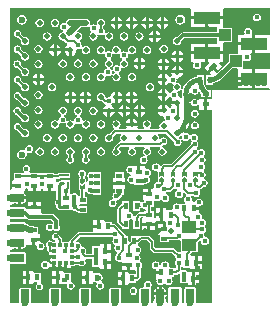
<source format=gbl>
G04*
G04 #@! TF.GenerationSoftware,Altium Limited,Altium Designer,18.1.1 (9)*
G04*
G04 Layer_Physical_Order=4*
G04 Layer_Color=16711680*
%FSLAX44Y44*%
%MOMM*%
G71*
G01*
G75*
%ADD10C,0.2500*%
%ADD14C,0.2000*%
%ADD16R,0.2000X0.2500*%
%ADD17R,0.5000X0.2500*%
%ADD25R,0.4000X0.6000*%
%ADD32R,0.6000X0.4000*%
%ADD40R,0.8000X1.2000*%
%ADD41R,1.2000X0.8000*%
%ADD64C,0.3000*%
%ADD65C,0.1800*%
%ADD67C,0.2300*%
%ADD68C,0.5000*%
%ADD70C,0.6000*%
%ADD71C,0.4500*%
%ADD72C,0.5000*%
%ADD73C,0.4000*%
%ADD74R,0.2000X0.2000*%
%ADD75R,0.5000X0.4000*%
%ADD76R,1.2500X1.0000*%
%ADD77R,0.3000X0.3250*%
%ADD78R,0.3250X0.3000*%
%ADD79R,1.0500X1.0000*%
%ADD80R,2.2000X1.0500*%
G04:AMPARAMS|DCode=81|XSize=0.4mm|YSize=0.6mm|CornerRadius=0mm|HoleSize=0mm|Usage=FLASHONLY|Rotation=315.000|XOffset=0mm|YOffset=0mm|HoleType=Round|Shape=Rectangle|*
%AMROTATEDRECTD81*
4,1,4,-0.3536,-0.0707,0.0707,0.3536,0.3536,0.0707,-0.0707,-0.3536,-0.3536,-0.0707,0.0*
%
%ADD81ROTATEDRECTD81*%

G36*
X220000Y228535D02*
X219940Y227290D01*
X218730Y227290D01*
X207670D01*
Y219500D01*
Y211710D01*
X219940Y211710D01*
X220000Y210465D01*
Y199035D01*
X219940Y197790D01*
X218730Y197790D01*
X207670D01*
Y190000D01*
Y182210D01*
X219283Y182210D01*
X219785Y180940D01*
X219215Y180000D01*
X171000D01*
Y172740D01*
X166970D01*
Y168200D01*
Y163660D01*
X171000D01*
Y0D01*
X157549D01*
X157482Y100D01*
Y12100D01*
X157165Y12865D01*
X156400Y13182D01*
X148400D01*
X147635Y12865D01*
X147318Y12100D01*
Y100D01*
X147251Y0D01*
X145323D01*
Y12000D01*
X144848Y13148D01*
X143700Y13623D01*
X135700D01*
X134552Y13148D01*
X134076Y12000D01*
Y0D01*
X132648D01*
X132219Y2162D01*
X130994Y3994D01*
Y4006D01*
X132219Y5838D01*
X132396Y6730D01*
X127000D01*
Y8000D01*
D01*
Y6730D01*
X121604D01*
X121781Y5838D01*
X123006Y4006D01*
Y3994D01*
X121781Y2162D01*
X121351Y0D01*
X119382D01*
X119382Y0D01*
Y12000D01*
X119065Y12765D01*
X119484Y13967D01*
X119661Y14232D01*
X119914Y15500D01*
X119661Y16768D01*
X118943Y17843D01*
X117868Y18561D01*
X116600Y18814D01*
X115332Y18561D01*
X114257Y17843D01*
X113539Y16768D01*
X113286Y15500D01*
X113515Y14353D01*
X113480Y14143D01*
X112779Y13082D01*
X110300D01*
X109535Y12766D01*
X109218Y12000D01*
Y0D01*
X109218Y0D01*
X93982D01*
Y12000D01*
X93665Y12765D01*
X92900Y13082D01*
X84900D01*
X84135Y12765D01*
X83818Y12000D01*
Y0D01*
X68582D01*
Y12000D01*
X68265Y12765D01*
X67500Y13082D01*
X59500D01*
X58734Y12765D01*
X58418Y12000D01*
Y0D01*
X43182D01*
Y12000D01*
X42865Y12765D01*
X42100Y13082D01*
X34100D01*
X33335Y12765D01*
X33018Y12000D01*
Y0D01*
X17782D01*
Y12000D01*
X17465Y12765D01*
X16700Y13082D01*
X8700D01*
X7935Y12765D01*
X7618Y12000D01*
Y0D01*
X0D01*
Y33018D01*
X12000D01*
X12765Y33335D01*
X13082Y34100D01*
Y42100D01*
X12765Y42865D01*
X12000Y43182D01*
X0D01*
Y45152D01*
X2162Y45581D01*
X3994Y46806D01*
X4006D01*
X5838Y45581D01*
X6730Y45404D01*
Y50800D01*
X9270D01*
Y45404D01*
X10162Y45581D01*
X11994Y46806D01*
X13219Y48638D01*
X13266Y48877D01*
X14460Y49060D01*
Y49060D01*
X18730D01*
Y53600D01*
X20000D01*
Y54870D01*
X25540D01*
Y58140D01*
X25080D01*
X24000Y58600D01*
Y64600D01*
X20824D01*
X20156Y65047D01*
X18790Y65319D01*
X16928D01*
X16223Y66023D01*
X15066Y66797D01*
X13700Y67069D01*
X13082D01*
Y67500D01*
X12765Y68265D01*
X12000Y68582D01*
X0D01*
Y71118D01*
X12000D01*
X12765Y71435D01*
X14075Y71279D01*
X14725Y70845D01*
X15700Y70651D01*
X16300D01*
Y70200D01*
X24300D01*
Y70651D01*
X34444D01*
X36268Y68827D01*
X36166Y67865D01*
X35146Y67284D01*
X34955Y67224D01*
X33750Y67464D01*
X32482Y67211D01*
X31407Y66493D01*
X30689Y65418D01*
X30436Y64150D01*
X30689Y62882D01*
X31407Y61807D01*
X32482Y61089D01*
X33750Y60836D01*
X35018Y61089D01*
X35531Y61431D01*
X36450Y61702D01*
X37369Y61431D01*
X37882Y61089D01*
X39150Y60836D01*
X40418Y61089D01*
X41493Y61807D01*
X42211Y62882D01*
X42464Y64150D01*
X42211Y65418D01*
X41699Y66185D01*
Y69550D01*
X41505Y70525D01*
X40952Y71352D01*
X37302Y75002D01*
X36476Y75555D01*
X35500Y75749D01*
X26707D01*
X25840Y76660D01*
Y79930D01*
X20300D01*
X14287D01*
X13490Y79374D01*
X13484Y79377D01*
X13082Y79798D01*
Y80200D01*
X12765Y80965D01*
X12000Y81282D01*
X0D01*
Y83251D01*
X2162Y83681D01*
X3994Y84906D01*
X4006D01*
X5838Y83681D01*
X6730Y83504D01*
Y88900D01*
X8000D01*
Y90170D01*
X13396D01*
X13219Y91062D01*
X11994Y92894D01*
X11402Y93290D01*
X11787Y94560D01*
X12540D01*
Y96162D01*
X13678Y97096D01*
X14710Y96399D01*
Y94560D01*
X18980D01*
Y99100D01*
X21520D01*
Y94560D01*
X25790D01*
Y96799D01*
X26822Y97495D01*
X27960Y96562D01*
Y94560D01*
X32230D01*
Y99100D01*
X34770D01*
Y94560D01*
X38808D01*
Y87611D01*
X38557Y87443D01*
X37839Y86368D01*
X37586Y85100D01*
X37839Y83832D01*
X38557Y82757D01*
X38808Y82589D01*
Y81900D01*
X38975Y81061D01*
X39450Y80350D01*
X40050Y79750D01*
X40761Y79275D01*
X41600Y79108D01*
X43400D01*
Y78300D01*
X51400D01*
Y78551D01*
X52670Y78937D01*
X52857Y78657D01*
X53932Y77939D01*
X55200Y77686D01*
X55559Y77758D01*
X55758Y77558D01*
X56420Y77116D01*
X57200Y76961D01*
X57500D01*
Y76000D01*
X65500D01*
Y82000D01*
X58913D01*
X58463Y82800D01*
X59141Y84000D01*
X65500D01*
Y90000D01*
X63039D01*
Y94145D01*
X64309Y94377D01*
X64857Y93557D01*
X65932Y92839D01*
X67076Y92611D01*
X67325Y92445D01*
X68300Y92251D01*
X70000D01*
Y91800D01*
X77000D01*
Y97800D01*
X77000D01*
Y98300D01*
X77000D01*
Y103530D01*
X77000Y104300D01*
X77000D01*
Y104800D01*
X77000D01*
Y110800D01*
X70000D01*
X70000Y110800D01*
X69868Y110861D01*
X68600Y111114D01*
X67332Y110861D01*
X66257Y110143D01*
X65539Y109068D01*
X65286Y107800D01*
X65539Y106532D01*
X66257Y105457D01*
X66272Y105447D01*
Y103920D01*
X66157Y103843D01*
X65438Y102768D01*
X65387Y102510D01*
X65207Y102357D01*
X64017Y102130D01*
X63883Y102338D01*
X64082Y102819D01*
Y104819D01*
X63765Y105585D01*
X63248Y105799D01*
X63197Y107059D01*
X63343Y107157D01*
X64061Y108232D01*
X64314Y109500D01*
X64061Y110768D01*
X63343Y111843D01*
X62268Y112561D01*
X61000Y112814D01*
X59732Y112561D01*
X58657Y111843D01*
X57939Y110768D01*
X57686Y109500D01*
X57939Y108232D01*
X58657Y107157D01*
X58804Y107059D01*
X58752Y105799D01*
X58235Y105585D01*
X57918Y104819D01*
Y102819D01*
X58235Y102054D01*
X58316Y101973D01*
X58235Y101565D01*
X57918Y100800D01*
Y96800D01*
X58235Y96035D01*
X58961Y95734D01*
Y90991D01*
X58477Y90587D01*
X57261Y90968D01*
X57261Y90968D01*
X57155Y91127D01*
X57155Y91127D01*
X56876Y91545D01*
X56543Y92043D01*
X55468Y92761D01*
X54200Y93013D01*
X52932Y92761D01*
X52577Y92524D01*
X51400Y92300D01*
X50481Y93148D01*
X50263Y93529D01*
X50269Y93570D01*
X50514Y94800D01*
X50326Y95742D01*
X50442Y95858D01*
X50884Y96520D01*
X51039Y97300D01*
Y101600D01*
X51000Y101797D01*
Y103850D01*
X43000D01*
Y103792D01*
X42800D01*
X41961Y103625D01*
X41250Y103150D01*
X40310Y102210D01*
X39040Y102736D01*
Y103640D01*
X39040D01*
X38442Y104853D01*
X38485Y105061D01*
X40400D01*
X41180Y105216D01*
X41842Y105658D01*
X42230Y106046D01*
X43500Y106025D01*
Y105850D01*
X50500D01*
Y110350D01*
X43500D01*
Y110139D01*
X41400D01*
X41400Y110139D01*
X40620Y109984D01*
X39958Y109542D01*
X39958Y109542D01*
X39555Y109139D01*
X37500D01*
Y110100D01*
X29500D01*
Y110100D01*
X28230Y109953D01*
X28068Y110061D01*
X26800Y110314D01*
X25532Y110061D01*
X25520Y110053D01*
X24250Y110100D01*
X24250Y110100D01*
X16823D01*
X16488Y110688D01*
X16302Y111370D01*
X16911Y112282D01*
X17164Y113550D01*
X16911Y114818D01*
X16193Y115893D01*
X15118Y116611D01*
X13850Y116864D01*
X12582Y116611D01*
X11507Y115893D01*
X10789Y114818D01*
X10536Y113550D01*
X10789Y112282D01*
X11507Y111207D01*
X11522Y111103D01*
X10668Y110100D01*
X3000D01*
Y104100D01*
X1920Y103640D01*
X1460D01*
Y100370D01*
X7000D01*
Y97830D01*
X1460D01*
Y96706D01*
X190Y95897D01*
X0Y95986D01*
Y250000D01*
X152025D01*
X152960Y249190D01*
X152960Y248730D01*
Y242670D01*
X166500D01*
X180040D01*
Y248730D01*
X180040Y249190D01*
X180975Y250000D01*
X220000D01*
Y228535D01*
D02*
G37*
G36*
X63000Y102819D02*
X61000Y100819D01*
X59000Y102819D01*
Y104819D01*
X63000D01*
Y102819D01*
D02*
G37*
G36*
Y96800D02*
X59000D01*
Y100800D01*
X61000Y98800D01*
X63000Y100800D01*
Y96800D01*
D02*
G37*
%LPC*%
G36*
X130270Y242086D02*
Y238470D01*
X133886D01*
X133748Y239167D01*
X132634Y240834D01*
X130967Y241947D01*
X130270Y242086D01*
D02*
G37*
G36*
X117270D02*
Y238470D01*
X120886D01*
X120748Y239167D01*
X119634Y240834D01*
X117966Y241947D01*
X117270Y242086D01*
D02*
G37*
G36*
X104270D02*
Y238470D01*
X107886D01*
X107748Y239167D01*
X106634Y240834D01*
X104966Y241947D01*
X104270Y242086D01*
D02*
G37*
G36*
X91270D02*
Y238470D01*
X94886D01*
X94748Y239167D01*
X93634Y240834D01*
X91966Y241947D01*
X91270Y242086D01*
D02*
G37*
G36*
X127730D02*
X127034Y241947D01*
X125366Y240834D01*
X124252Y239167D01*
X124114Y238470D01*
X127730D01*
Y242086D01*
D02*
G37*
G36*
X114730D02*
X114033Y241947D01*
X112366Y240834D01*
X111252Y239167D01*
X111114Y238470D01*
X114730D01*
Y242086D01*
D02*
G37*
G36*
X101730D02*
X101033Y241947D01*
X99366Y240834D01*
X98252Y239167D01*
X98114Y238470D01*
X101730D01*
Y242086D01*
D02*
G37*
G36*
X88730D02*
X88034Y241947D01*
X86366Y240834D01*
X85252Y239167D01*
X85114Y238470D01*
X88730D01*
Y242086D01*
D02*
G37*
G36*
X208950Y245064D02*
X207682Y244811D01*
X206607Y244093D01*
X205889Y243018D01*
X205636Y241750D01*
X205889Y240482D01*
X206607Y239407D01*
X207682Y238689D01*
X208950Y238436D01*
X210218Y238689D01*
X211293Y239407D01*
X212011Y240482D01*
X212264Y241750D01*
X212011Y243018D01*
X211293Y244093D01*
X210218Y244811D01*
X208950Y245064D01*
D02*
G37*
G36*
X144000Y243778D02*
X142439Y243468D01*
X141116Y242584D01*
X140232Y241261D01*
X139922Y239700D01*
X140232Y238139D01*
X141116Y236816D01*
X142439Y235932D01*
X144000Y235622D01*
X145561Y235932D01*
X146884Y236816D01*
X147768Y238139D01*
X148078Y239700D01*
X147768Y241261D01*
X146884Y242584D01*
X145561Y243468D01*
X144000Y243778D01*
D02*
G37*
G36*
X10000D02*
X8439Y243468D01*
X7116Y242584D01*
X6232Y241261D01*
X5922Y239700D01*
X6232Y238139D01*
X7116Y236816D01*
X8439Y235932D01*
X10000Y235622D01*
X11561Y235932D01*
X12884Y236816D01*
X13768Y238139D01*
X14078Y239700D01*
X13768Y241261D01*
X12884Y242584D01*
X11561Y243468D01*
X10000Y243778D01*
D02*
G37*
G36*
X77000Y240769D02*
X75634Y240497D01*
X74477Y239723D01*
X73703Y238566D01*
X73431Y237200D01*
X73651Y236095D01*
X72996Y235457D01*
X72621Y235258D01*
X71868Y235761D01*
X70600Y236014D01*
X69332Y235761D01*
X68257Y235043D01*
X67271Y235795D01*
X67297Y235834D01*
X67569Y237200D01*
X67297Y238566D01*
X66523Y239723D01*
X65366Y240497D01*
X64000Y240769D01*
X51000D01*
X49634Y240497D01*
X48477Y239723D01*
X47703Y238566D01*
X47574Y237917D01*
X47468Y237758D01*
X46342Y237020D01*
X46194Y236995D01*
X45600Y237114D01*
X44332Y236861D01*
X43257Y236143D01*
X42539Y235068D01*
X42286Y233800D01*
X42539Y232532D01*
X43257Y231457D01*
X44332Y230739D01*
X44523Y230701D01*
X45141Y229878D01*
X45222Y229267D01*
X45107Y229148D01*
X44500Y229269D01*
X43134Y228997D01*
X41977Y228223D01*
X41203Y227066D01*
X40931Y225700D01*
X41203Y224334D01*
X41977Y223177D01*
X43134Y222403D01*
X44500Y222131D01*
X45071Y222245D01*
X47158Y220158D01*
X47820Y219716D01*
X47880Y219704D01*
X48148Y218356D01*
X47366Y217834D01*
X46252Y216166D01*
X46114Y215470D01*
X51000D01*
Y214200D01*
X52270D01*
Y209314D01*
X52966Y209452D01*
X54634Y210566D01*
X55748Y212234D01*
X56066Y213837D01*
X56958Y214686D01*
X57297Y214887D01*
X57300Y214886D01*
X58568Y215139D01*
X59439Y215721D01*
X60213Y215405D01*
X60609Y215091D01*
X60431Y214200D01*
X60703Y212834D01*
X61477Y211677D01*
X62634Y210903D01*
X64000Y210631D01*
X65366Y210903D01*
X66523Y211677D01*
X67297Y212834D01*
X67569Y214200D01*
X67297Y215566D01*
X66523Y216723D01*
X65366Y217497D01*
X64000Y217769D01*
X62634Y217497D01*
X61636Y216830D01*
X61031Y217048D01*
X60466Y217460D01*
X60614Y218200D01*
X60361Y219468D01*
X59643Y220543D01*
X58813Y221098D01*
X58848Y222201D01*
X58918Y222438D01*
X60023Y223177D01*
X60797Y224334D01*
X61069Y225700D01*
X60797Y227066D01*
X60023Y228223D01*
X58866Y228997D01*
X57500Y229269D01*
X57140Y229197D01*
X56514Y230367D01*
X59778Y233631D01*
X64000D01*
X65366Y233903D01*
X66523Y234677D01*
X67539Y233968D01*
X67286Y232700D01*
X67539Y231432D01*
X68257Y230357D01*
X68647Y230096D01*
X68570Y228620D01*
X67977Y228223D01*
X67203Y227066D01*
X66931Y225700D01*
X67203Y224334D01*
X67977Y223177D01*
X69134Y222403D01*
X70500Y222131D01*
X71866Y222403D01*
X73023Y223177D01*
X73797Y224334D01*
X74069Y225700D01*
X73891Y226591D01*
X75046Y227297D01*
X75732Y226839D01*
X77000Y226586D01*
X78268Y226839D01*
X78954Y227297D01*
X80109Y226591D01*
X79931Y225700D01*
X80203Y224334D01*
X80977Y223177D01*
X82134Y222403D01*
X83500Y222131D01*
X84866Y222403D01*
X86023Y223177D01*
X86797Y224334D01*
X87069Y225700D01*
X86797Y227066D01*
X86023Y228223D01*
X84866Y228997D01*
X83500Y229269D01*
X82134Y228997D01*
X81321Y228453D01*
X80156Y229107D01*
X80314Y229900D01*
X80061Y231168D01*
X79343Y232243D01*
X79039Y232446D01*
Y234353D01*
X79523Y234677D01*
X80297Y235834D01*
X80569Y237200D01*
X80297Y238566D01*
X79523Y239723D01*
X78366Y240497D01*
X77000Y240769D01*
D02*
G37*
G36*
X38000D02*
X36634Y240497D01*
X35477Y239723D01*
X34703Y238566D01*
X34431Y237200D01*
X34703Y235834D01*
X35477Y234677D01*
X36634Y233903D01*
X38000Y233631D01*
X39366Y233903D01*
X40523Y234677D01*
X41297Y235834D01*
X41569Y237200D01*
X41297Y238566D01*
X40523Y239723D01*
X39366Y240497D01*
X38000Y240769D01*
D02*
G37*
G36*
X25000D02*
X23634Y240497D01*
X22477Y239723D01*
X21703Y238566D01*
X21431Y237200D01*
X21703Y235834D01*
X22477Y234677D01*
X23634Y233903D01*
X25000Y233631D01*
X26366Y233903D01*
X27523Y234677D01*
X28297Y235834D01*
X28569Y237200D01*
X28297Y238566D01*
X27523Y239723D01*
X26366Y240497D01*
X25000Y240769D01*
D02*
G37*
G36*
X165230Y240130D02*
X152960D01*
Y233610D01*
X165230D01*
Y240130D01*
D02*
G37*
G36*
X133886Y235930D02*
X130270D01*
Y232314D01*
X130967Y232452D01*
X132634Y233566D01*
X133748Y235233D01*
X133886Y235930D01*
D02*
G37*
G36*
X120886D02*
X117270D01*
Y232314D01*
X117966Y232452D01*
X119634Y233566D01*
X120748Y235233D01*
X120886Y235930D01*
D02*
G37*
G36*
X107886D02*
X104270D01*
Y232314D01*
X104966Y232452D01*
X106634Y233566D01*
X107748Y235233D01*
X107886Y235930D01*
D02*
G37*
G36*
X94886D02*
X91270D01*
Y232314D01*
X91966Y232452D01*
X93634Y233566D01*
X94748Y235233D01*
X94886Y235930D01*
D02*
G37*
G36*
X114730D02*
X111114D01*
X111252Y235233D01*
X112366Y233566D01*
X114033Y232452D01*
X114730Y232314D01*
Y235930D01*
D02*
G37*
G36*
X127730D02*
X124114D01*
X124252Y235233D01*
X125366Y233566D01*
X127034Y232452D01*
X127730Y232314D01*
Y235930D01*
D02*
G37*
G36*
X101730D02*
X98114D01*
X98252Y235233D01*
X99366Y233566D01*
X101033Y232452D01*
X101730Y232314D01*
Y235930D01*
D02*
G37*
G36*
X88730D02*
X85114D01*
X85252Y235233D01*
X86366Y233566D01*
X88034Y232452D01*
X88730Y232314D01*
Y235930D01*
D02*
G37*
G36*
X123770Y230586D02*
Y226970D01*
X127386D01*
X127248Y227666D01*
X126134Y229334D01*
X124466Y230448D01*
X123770Y230586D01*
D02*
G37*
G36*
X121230D02*
X120534Y230448D01*
X118866Y229334D01*
X117752Y227666D01*
X117614Y226970D01*
X121230D01*
Y230586D01*
D02*
G37*
G36*
X109500Y229269D02*
X108134Y228997D01*
X106977Y228223D01*
X106203Y227066D01*
X105931Y225700D01*
X106203Y224334D01*
X106977Y223177D01*
X108134Y222403D01*
X109500Y222131D01*
X110866Y222403D01*
X112023Y223177D01*
X112797Y224334D01*
X113069Y225700D01*
X112797Y227066D01*
X112023Y228223D01*
X110866Y228997D01*
X109500Y229269D01*
D02*
G37*
G36*
X96500D02*
X95134Y228997D01*
X93977Y228223D01*
X93203Y227066D01*
X92931Y225700D01*
X93203Y224334D01*
X93977Y223177D01*
X95134Y222403D01*
X96500Y222131D01*
X97866Y222403D01*
X99023Y223177D01*
X99797Y224334D01*
X100069Y225700D01*
X99797Y227066D01*
X99023Y228223D01*
X97866Y228997D01*
X96500Y229269D01*
D02*
G37*
G36*
X31500D02*
X30134Y228997D01*
X28977Y228223D01*
X28203Y227066D01*
X27931Y225700D01*
X28203Y224334D01*
X28977Y223177D01*
X30134Y222403D01*
X31500Y222131D01*
X32866Y222403D01*
X34023Y223177D01*
X34797Y224334D01*
X35069Y225700D01*
X34797Y227066D01*
X34023Y228223D01*
X32866Y228997D01*
X31500Y229269D01*
D02*
G37*
G36*
X127386Y224430D02*
X123770D01*
Y220814D01*
X124466Y220952D01*
X126134Y222066D01*
X127248Y223734D01*
X127386Y224430D01*
D02*
G37*
G36*
X121230D02*
X117614D01*
X117752Y223734D01*
X118866Y222066D01*
X120534Y220952D01*
X121230Y220814D01*
Y224430D01*
D02*
G37*
G36*
X201500Y233114D02*
X200232Y232861D01*
X199157Y232143D01*
X198439Y231068D01*
X198186Y229800D01*
X198433Y228560D01*
X198438Y228531D01*
X197741Y227290D01*
X192860D01*
Y220770D01*
X205130D01*
Y227520D01*
X204562Y228531D01*
X204567Y228560D01*
X204814Y229800D01*
X204561Y231068D01*
X203843Y232143D01*
X202768Y232861D01*
X201500Y233114D01*
D02*
G37*
G36*
X6300Y231214D02*
X5032Y230961D01*
X3957Y230243D01*
X3239Y229168D01*
X2986Y227900D01*
X3239Y226632D01*
X3957Y225557D01*
X5032Y224839D01*
X6300Y224586D01*
X6658Y224658D01*
X9045Y222271D01*
X8931Y221700D01*
X9203Y220334D01*
X9977Y219177D01*
X11134Y218403D01*
X12500Y218131D01*
X13866Y218403D01*
X15023Y219177D01*
X15797Y220334D01*
X16069Y221700D01*
X15797Y223066D01*
X15023Y224223D01*
X13866Y224997D01*
X12500Y225269D01*
X11929Y225155D01*
X9542Y227542D01*
X9614Y227900D01*
X9361Y229168D01*
X8643Y230243D01*
X7568Y230961D01*
X6300Y231214D01*
D02*
G37*
G36*
X39270Y219086D02*
Y215470D01*
X42886D01*
X42748Y216166D01*
X41634Y217834D01*
X39966Y218948D01*
X39270Y219086D01*
D02*
G37*
G36*
X36730D02*
X36033Y218948D01*
X34366Y217834D01*
X33252Y216166D01*
X33114Y215470D01*
X36730D01*
Y219086D01*
D02*
G37*
G36*
X180040Y240130D02*
X167770D01*
Y233610D01*
X174752D01*
X175500Y232650D01*
X175500Y232340D01*
Y229199D01*
X146450D01*
X145475Y229005D01*
X144648Y228452D01*
X141455Y225260D01*
X140134Y224997D01*
X138977Y224223D01*
X138203Y223066D01*
X137931Y221700D01*
X138203Y220334D01*
X138977Y219177D01*
X140134Y218403D01*
X141500Y218131D01*
X142866Y218403D01*
X144023Y219177D01*
X144797Y220334D01*
X145060Y221655D01*
X147506Y224101D01*
X175500D01*
Y220960D01*
X175500Y220650D01*
X174752Y219690D01*
X167770D01*
Y213170D01*
X180040D01*
Y219380D01*
X180040Y219690D01*
X180788Y220650D01*
X188000D01*
Y232650D01*
X180788D01*
X180040Y233610D01*
X180040Y233920D01*
Y240130D01*
D02*
G37*
G36*
X165230Y219690D02*
X152960D01*
Y213170D01*
X165230D01*
Y219690D01*
D02*
G37*
G36*
X103000Y217769D02*
X101634Y217497D01*
X100477Y216723D01*
X99703Y215566D01*
X99431Y214200D01*
X99703Y212834D01*
X98743Y212143D01*
X97668Y212861D01*
X96400Y213114D01*
X95132Y212861D01*
X94402Y212373D01*
X94392Y212377D01*
X93372Y213213D01*
X93569Y214200D01*
X93297Y215566D01*
X92523Y216723D01*
X91366Y217497D01*
X90000Y217769D01*
X88634Y217497D01*
X87477Y216723D01*
X86703Y215566D01*
X86431Y214200D01*
X86655Y213078D01*
X85826Y212476D01*
X85667Y212401D01*
X85598Y212373D01*
X84568Y213061D01*
X83300Y213314D01*
X82032Y213061D01*
X81576Y212757D01*
X80434Y213521D01*
X80569Y214200D01*
X80297Y215566D01*
X79523Y216723D01*
X78366Y217497D01*
X77000Y217769D01*
X75634Y217497D01*
X74477Y216723D01*
X73703Y215566D01*
X73431Y214200D01*
X73703Y212834D01*
X74477Y211677D01*
X75634Y210903D01*
X77000Y210631D01*
X78366Y210903D01*
X78949Y211293D01*
X80092Y210529D01*
X79986Y210000D01*
X80239Y208732D01*
X80957Y207657D01*
X81732Y207139D01*
X81765Y207045D01*
X81807Y206031D01*
X81732Y205728D01*
X80977Y205223D01*
X80203Y204066D01*
X79931Y202700D01*
X80203Y201334D01*
X80977Y200177D01*
X81612Y199752D01*
X81621Y199164D01*
X81454Y198342D01*
X80557Y197743D01*
X79839Y196668D01*
X79586Y195400D01*
X79630Y195179D01*
X78487Y194416D01*
X78366Y194497D01*
X77000Y194769D01*
X75634Y194497D01*
X74477Y193723D01*
X73703Y192566D01*
X73431Y191200D01*
X73703Y189834D01*
X74477Y188677D01*
X75634Y187903D01*
X77000Y187631D01*
X78366Y187903D01*
X79523Y188677D01*
X80297Y189834D01*
X80569Y191200D01*
X80495Y191571D01*
X81632Y192339D01*
X82900Y192086D01*
X84168Y192339D01*
X85243Y193057D01*
X85961Y194132D01*
X86214Y195400D01*
X85961Y196668D01*
X85243Y197743D01*
X84735Y198082D01*
X84819Y198930D01*
X84955Y199463D01*
X86023Y200177D01*
X86797Y201334D01*
X87069Y202700D01*
X86797Y204066D01*
X86023Y205223D01*
X85091Y205846D01*
X84977Y206788D01*
X85044Y207256D01*
X85643Y207657D01*
X86361Y208732D01*
X86614Y210000D01*
X86420Y210971D01*
X87329Y211578D01*
X87518Y211649D01*
X88634Y210903D01*
X90000Y210631D01*
X91366Y210903D01*
X92181Y211448D01*
X93258Y210665D01*
X93086Y209800D01*
X93339Y208532D01*
X94057Y207457D01*
X94608Y207089D01*
X94609Y205646D01*
X93977Y205223D01*
X93203Y204066D01*
X92931Y202700D01*
X93105Y201829D01*
X91980Y201053D01*
X91668Y201261D01*
X90400Y201514D01*
X89132Y201261D01*
X88057Y200543D01*
X87339Y199468D01*
X87086Y198200D01*
X87339Y196932D01*
X88057Y195857D01*
X88307Y195690D01*
X88362Y195492D01*
X88220Y194220D01*
X87477Y193723D01*
X86703Y192566D01*
X86431Y191200D01*
X86703Y189834D01*
X87477Y188677D01*
X88634Y187903D01*
X90000Y187631D01*
X91366Y187903D01*
X92523Y188677D01*
X93297Y189834D01*
X93569Y191200D01*
X93297Y192566D01*
X92523Y193723D01*
X92093Y194011D01*
X92077Y194053D01*
X92180Y195480D01*
X92743Y195857D01*
X93461Y196932D01*
X93714Y198200D01*
X93570Y198921D01*
X94713Y199685D01*
X95134Y199403D01*
X96500Y199131D01*
X97866Y199403D01*
X99023Y200177D01*
X99797Y201334D01*
X100069Y202700D01*
X99797Y204066D01*
X99023Y205223D01*
X98345Y205677D01*
X98242Y207065D01*
X98268Y207139D01*
X98743Y207457D01*
X99461Y208532D01*
X99714Y209800D01*
X99461Y211068D01*
X100477Y211677D01*
X101634Y210903D01*
X103000Y210631D01*
X104366Y210903D01*
X105523Y211677D01*
X106297Y212834D01*
X106569Y214200D01*
X106297Y215566D01*
X105523Y216723D01*
X104366Y217497D01*
X103000Y217769D01*
D02*
G37*
G36*
X205130Y218230D02*
X192860D01*
Y212020D01*
X192860Y211710D01*
X192112Y210750D01*
X184900D01*
Y204255D01*
X175093Y194448D01*
X174820Y194360D01*
X174139Y195475D01*
X174384Y195720D01*
X172072Y198032D01*
X169052Y195013D01*
X170095Y193970D01*
X169569Y192700D01*
X165800D01*
Y188995D01*
X165741Y188700D01*
X165800Y188405D01*
Y184700D01*
X171800D01*
Y185946D01*
X174476Y186758D01*
X177040Y188128D01*
X177630Y188613D01*
X177728Y188515D01*
X178724Y189510D01*
X179287Y189973D01*
X179278Y189981D01*
X188047Y198750D01*
X192112D01*
X192860Y197790D01*
X192860Y197480D01*
Y191270D01*
X205130D01*
Y197790D01*
X198148D01*
X197400Y198750D01*
X197400Y199060D01*
Y205069D01*
X197737Y205316D01*
X198670Y205631D01*
X199482Y205089D01*
X200750Y204836D01*
X202018Y205089D01*
X203093Y205807D01*
X203811Y206882D01*
X204064Y208150D01*
X203811Y209418D01*
X203129Y210440D01*
X203190Y210748D01*
X203558Y211710D01*
X205130D01*
Y218230D01*
D02*
G37*
G36*
X130000Y218769D02*
X128634Y218497D01*
X127477Y217723D01*
X126703Y216566D01*
X126431Y215200D01*
X126703Y213834D01*
X127477Y212677D01*
X128634Y211903D01*
X130000Y211631D01*
X131366Y211903D01*
X132523Y212677D01*
X133297Y213834D01*
X133569Y215200D01*
X133297Y216566D01*
X132523Y217723D01*
X131366Y218497D01*
X130000Y218769D01*
D02*
G37*
G36*
X24000D02*
X22634Y218497D01*
X21477Y217723D01*
X20703Y216566D01*
X20431Y215200D01*
X20703Y213834D01*
X21477Y212677D01*
X22634Y211903D01*
X24000Y211631D01*
X25366Y211903D01*
X26523Y212677D01*
X27297Y213834D01*
X27569Y215200D01*
X27297Y216566D01*
X26523Y217723D01*
X25366Y218497D01*
X24000Y218769D01*
D02*
G37*
G36*
X116000Y217769D02*
X114634Y217497D01*
X113477Y216723D01*
X112703Y215566D01*
X112431Y214200D01*
X112703Y212834D01*
X113477Y211677D01*
X114634Y210903D01*
X116000Y210631D01*
X117366Y210903D01*
X118523Y211677D01*
X119297Y212834D01*
X119569Y214200D01*
X119297Y215566D01*
X118523Y216723D01*
X117366Y217497D01*
X116000Y217769D01*
D02*
G37*
G36*
X142770Y213586D02*
Y209970D01*
X146386D01*
X146248Y210667D01*
X145134Y212334D01*
X143467Y213448D01*
X142770Y213586D01*
D02*
G37*
G36*
X140230Y213586D02*
X139534Y213448D01*
X137866Y212334D01*
X136752Y210667D01*
X136614Y209970D01*
X140230D01*
Y213586D01*
D02*
G37*
G36*
X42886Y212930D02*
X39270D01*
Y209314D01*
X39966Y209452D01*
X41634Y210566D01*
X42748Y212234D01*
X42886Y212930D01*
D02*
G37*
G36*
X49730D02*
X46114D01*
X46252Y212234D01*
X47366Y210566D01*
X49033Y209452D01*
X49730Y209314D01*
Y212930D01*
D02*
G37*
G36*
X36730D02*
X33114D01*
X33252Y212234D01*
X34366Y210566D01*
X36033Y209452D01*
X36730Y209314D01*
Y212930D01*
D02*
G37*
G36*
X6300Y218214D02*
X5032Y217961D01*
X3957Y217243D01*
X3239Y216168D01*
X2986Y214900D01*
X3239Y213632D01*
X3957Y212557D01*
X5032Y211839D01*
X6300Y211586D01*
X6658Y211658D01*
X9045Y209271D01*
X8931Y208700D01*
X9203Y207334D01*
X9977Y206177D01*
X11134Y205403D01*
X12500Y205131D01*
X13866Y205403D01*
X15023Y206177D01*
X15797Y207334D01*
X16069Y208700D01*
X15797Y210066D01*
X15023Y211223D01*
X13866Y211997D01*
X12500Y212269D01*
X11929Y212155D01*
X9542Y214541D01*
X9614Y214900D01*
X9361Y216168D01*
X8643Y217243D01*
X7568Y217961D01*
X6300Y218214D01*
D02*
G37*
G36*
X110770Y207586D02*
Y203970D01*
X114386D01*
X114248Y204667D01*
X113134Y206334D01*
X111467Y207448D01*
X110770Y207586D01*
D02*
G37*
G36*
X108230Y207586D02*
X107534Y207448D01*
X105866Y206334D01*
X104752Y204667D01*
X104614Y203970D01*
X108230D01*
Y207586D01*
D02*
G37*
G36*
X146386Y207430D02*
X142770D01*
Y203814D01*
X143467Y203952D01*
X145134Y205066D01*
X146248Y206733D01*
X146386Y207430D01*
D02*
G37*
G36*
X140230D02*
X136614D01*
X136752Y206733D01*
X137866Y205066D01*
X139534Y203952D01*
X140230Y203814D01*
Y207430D01*
D02*
G37*
G36*
X131270Y207086D02*
Y203470D01*
X134886D01*
X134748Y204167D01*
X133634Y205834D01*
X131966Y206948D01*
X131270Y207086D01*
D02*
G37*
G36*
X128730D02*
X128034Y206948D01*
X126366Y205834D01*
X125252Y204167D01*
X125114Y203470D01*
X128730D01*
Y207086D01*
D02*
G37*
G36*
X70500Y206269D02*
X69134Y205997D01*
X67977Y205223D01*
X67203Y204066D01*
X66931Y202700D01*
X67203Y201334D01*
X67977Y200177D01*
X69134Y199403D01*
X70500Y199131D01*
X71866Y199403D01*
X73023Y200177D01*
X73797Y201334D01*
X74069Y202700D01*
X73797Y204066D01*
X73023Y205223D01*
X71866Y205997D01*
X70500Y206269D01*
D02*
G37*
G36*
X57500D02*
X56134Y205997D01*
X54977Y205223D01*
X54203Y204066D01*
X53931Y202700D01*
X54203Y201334D01*
X54977Y200177D01*
X56134Y199403D01*
X57500Y199131D01*
X58866Y199403D01*
X60023Y200177D01*
X60797Y201334D01*
X61069Y202700D01*
X60797Y204066D01*
X60023Y205223D01*
X58866Y205997D01*
X57500Y206269D01*
D02*
G37*
G36*
X44500D02*
X43134Y205997D01*
X41977Y205223D01*
X41203Y204066D01*
X40931Y202700D01*
X41203Y201334D01*
X41977Y200177D01*
X43134Y199403D01*
X44500Y199131D01*
X45866Y199403D01*
X47023Y200177D01*
X47797Y201334D01*
X48069Y202700D01*
X47797Y204066D01*
X47023Y205223D01*
X45866Y205997D01*
X44500Y206269D01*
D02*
G37*
G36*
X24000Y205769D02*
X22634Y205497D01*
X21477Y204723D01*
X20703Y203566D01*
X20431Y202200D01*
X20703Y200834D01*
X21477Y199677D01*
X22634Y198903D01*
X24000Y198631D01*
X25366Y198903D01*
X26523Y199677D01*
X27297Y200834D01*
X27569Y202200D01*
X27297Y203566D01*
X26523Y204723D01*
X25366Y205497D01*
X24000Y205769D01*
D02*
G37*
G36*
X165230Y210630D02*
X152960D01*
Y204110D01*
X154741D01*
X155420Y202840D01*
X155239Y202568D01*
X154986Y201300D01*
X155239Y200032D01*
X155957Y198957D01*
X157032Y198239D01*
X158300Y197986D01*
X159568Y198239D01*
X160643Y198957D01*
X161361Y200032D01*
X161614Y201300D01*
X161361Y202568D01*
X161180Y202840D01*
X161859Y204110D01*
X165230D01*
Y210630D01*
D02*
G37*
G36*
X114386Y201430D02*
X110770D01*
Y197814D01*
X111467Y197952D01*
X113134Y199066D01*
X114248Y200734D01*
X114386Y201430D01*
D02*
G37*
G36*
X108230D02*
X104614D01*
X104752Y200734D01*
X105866Y199066D01*
X107534Y197952D01*
X108230Y197814D01*
Y201430D01*
D02*
G37*
G36*
X180040Y210630D02*
X167770D01*
Y204110D01*
X168273D01*
X168759Y202937D01*
X164944Y199121D01*
X167256Y196809D01*
X171174Y200726D01*
X172072Y199828D01*
X172970Y200726D01*
X176180Y197516D01*
X179199Y200536D01*
X176798Y202937D01*
X177284Y204110D01*
X180040D01*
Y210630D01*
D02*
G37*
G36*
X134886Y200930D02*
X131270D01*
Y197314D01*
X131966Y197452D01*
X133634Y198566D01*
X134748Y200233D01*
X134886Y200930D01*
D02*
G37*
G36*
X128730D02*
X125114D01*
X125252Y200233D01*
X126366Y198566D01*
X128034Y197452D01*
X128730Y197314D01*
Y200930D01*
D02*
G37*
G36*
X142770Y200586D02*
Y196970D01*
X146386D01*
X146248Y197666D01*
X145134Y199334D01*
X143467Y200448D01*
X142770Y200586D01*
D02*
G37*
G36*
X140230D02*
X139534Y200448D01*
X137866Y199334D01*
X136752Y197666D01*
X136614Y196970D01*
X140230D01*
Y200586D01*
D02*
G37*
G36*
X6000Y205514D02*
X4732Y205261D01*
X3657Y204543D01*
X2939Y203468D01*
X2686Y202200D01*
X2939Y200932D01*
X3657Y199857D01*
X4732Y199139D01*
X6000Y198886D01*
X6359Y198958D01*
X9045Y196271D01*
X8931Y195700D01*
X9203Y194334D01*
X9977Y193177D01*
X11134Y192403D01*
X12500Y192131D01*
X13866Y192403D01*
X15023Y193177D01*
X15797Y194334D01*
X16069Y195700D01*
X15797Y197066D01*
X15023Y198223D01*
X13866Y198997D01*
X12500Y199269D01*
X11929Y199155D01*
X9242Y201842D01*
X9314Y202200D01*
X9061Y203468D01*
X8343Y204543D01*
X7268Y205261D01*
X6000Y205514D01*
D02*
G37*
G36*
X146386Y194430D02*
X141500D01*
X136614D01*
X136752Y193734D01*
X136985Y193386D01*
X136400Y191975D01*
X136332Y191961D01*
X135845Y191636D01*
X135130Y191330D01*
X134218Y191960D01*
X133634Y192834D01*
X131966Y193948D01*
X131270Y194086D01*
Y189200D01*
Y184314D01*
X131966Y184452D01*
X133634Y185566D01*
X134012Y186133D01*
X135257Y186557D01*
X135568Y186349D01*
X136332Y185839D01*
X137600Y185586D01*
X137706Y185607D01*
X138469Y184464D01*
X138203Y184066D01*
X137931Y182700D01*
X138203Y181334D01*
X138595Y180748D01*
X138096Y179354D01*
X137632Y179261D01*
X136557Y178543D01*
X136103Y177863D01*
X134764Y178082D01*
X134748Y178167D01*
X133634Y179834D01*
X131966Y180947D01*
X131270Y181086D01*
Y176200D01*
Y171314D01*
X131966Y171452D01*
X133634Y172566D01*
X134748Y174233D01*
X134764Y174318D01*
X136103Y174537D01*
X136557Y173857D01*
X136648Y173796D01*
X137018Y172064D01*
X136752Y171667D01*
X136614Y170970D01*
X141500D01*
Y168430D01*
X136614D01*
X136752Y167733D01*
X136996Y167369D01*
X136432Y165963D01*
X136416Y165951D01*
X135876Y165590D01*
X135200Y165336D01*
X134263Y165892D01*
X133634Y166834D01*
X131966Y167948D01*
X131270Y168086D01*
Y163200D01*
X130000D01*
Y161930D01*
X125114D01*
X125252Y161234D01*
X126366Y159566D01*
X128034Y158452D01*
X129697Y158122D01*
X130337Y157547D01*
X130749Y156915D01*
X130686Y156600D01*
X130939Y155332D01*
X131289Y154807D01*
X130526Y153664D01*
X130000Y153769D01*
X128634Y153497D01*
X127477Y152723D01*
X126703Y151566D01*
X126431Y150200D01*
X126703Y148834D01*
X126787Y148709D01*
X126108Y147439D01*
X118957D01*
X118583Y148506D01*
X118545Y148709D01*
X119297Y149834D01*
X119569Y151200D01*
X119297Y152566D01*
X118523Y153723D01*
X117366Y154497D01*
X116000Y154769D01*
X114634Y154497D01*
X113477Y153723D01*
X112703Y152566D01*
X112431Y151200D01*
X112703Y149834D01*
X113455Y148709D01*
X113417Y148506D01*
X113043Y147439D01*
X108076D01*
X107397Y148709D01*
X107748Y149234D01*
X107886Y149930D01*
X103000D01*
X98114D01*
X98252Y149234D01*
X98603Y148709D01*
X97924Y147439D01*
X92957D01*
X92583Y148506D01*
X92545Y148709D01*
X93297Y149834D01*
X93569Y151200D01*
X93297Y152566D01*
X92523Y153723D01*
X91366Y154497D01*
X90000Y154769D01*
X88634Y154497D01*
X87477Y153723D01*
X86703Y152566D01*
X86431Y151200D01*
X86703Y149834D01*
X87477Y148677D01*
X87919Y148381D01*
X87847Y146902D01*
X87758Y146842D01*
X87758Y146842D01*
X84071Y143155D01*
X83500Y143269D01*
X82134Y142997D01*
X80977Y142223D01*
X80203Y141066D01*
X79931Y139700D01*
X80203Y138334D01*
X80977Y137177D01*
X82134Y136403D01*
X83500Y136131D01*
X84866Y136403D01*
X86023Y137177D01*
X86797Y138334D01*
X87069Y139700D01*
X86955Y140271D01*
X90045Y143361D01*
X93393D01*
X93736Y142692D01*
X93888Y142091D01*
X93203Y141066D01*
X92931Y139700D01*
X93203Y138334D01*
X93688Y137609D01*
X93118Y136339D01*
X92700D01*
X91920Y136184D01*
X91258Y135742D01*
X91258Y135742D01*
X88558Y133042D01*
X88116Y132380D01*
X87961Y131600D01*
Y131047D01*
X87477Y130723D01*
X86703Y129566D01*
X86431Y128200D01*
X86703Y126834D01*
X87477Y125677D01*
X88634Y124903D01*
X90000Y124631D01*
X91366Y124903D01*
X92523Y125677D01*
X93297Y126834D01*
X93569Y128200D01*
X93297Y129566D01*
X92523Y130723D01*
X92477Y131193D01*
X93545Y132261D01*
X100492D01*
X100877Y130991D01*
X100477Y130723D01*
X99703Y129566D01*
X99431Y128200D01*
X99703Y126834D01*
X100477Y125677D01*
X101634Y124903D01*
X103000Y124631D01*
X104366Y124903D01*
X105523Y125677D01*
X106297Y126834D01*
X106569Y128200D01*
X106297Y129566D01*
X105523Y130723D01*
X105123Y130991D01*
X105508Y132261D01*
X113492D01*
X113877Y130991D01*
X113477Y130723D01*
X112703Y129566D01*
X112431Y128200D01*
X112703Y126834D01*
X113477Y125677D01*
X113952Y125359D01*
X113456Y124163D01*
X113200Y124214D01*
X111932Y123961D01*
X110857Y123243D01*
X110139Y122168D01*
X109886Y120900D01*
X110139Y119632D01*
X110857Y118557D01*
X111932Y117839D01*
X113200Y117586D01*
X114468Y117839D01*
X115543Y118557D01*
X116261Y119632D01*
X116514Y120900D01*
X116261Y122168D01*
X115543Y123243D01*
X115150Y123505D01*
X115646Y124702D01*
X116000Y124631D01*
X117366Y124903D01*
X118523Y125677D01*
X119297Y126834D01*
X119569Y128200D01*
X119297Y129566D01*
X118523Y130723D01*
X118123Y130991D01*
X118508Y132261D01*
X126492D01*
X126877Y130991D01*
X126477Y130723D01*
X125703Y129566D01*
X125431Y128200D01*
X125703Y126834D01*
X126477Y125677D01*
X127634Y124903D01*
X129000Y124631D01*
X130366Y124903D01*
X131523Y125677D01*
X132297Y126834D01*
X132569Y128200D01*
X132297Y129566D01*
X131523Y130723D01*
X130366Y131497D01*
X129229Y131723D01*
X128900Y132359D01*
X128821Y132828D01*
X129728Y133721D01*
X129900Y133686D01*
X131168Y133939D01*
X132243Y134657D01*
X132961Y135732D01*
X133214Y137000D01*
X132961Y138268D01*
X132243Y139343D01*
X131168Y140061D01*
X129900Y140314D01*
X128632Y140061D01*
X127557Y139343D01*
X127180Y138780D01*
X125984Y139275D01*
X126069Y139700D01*
X125797Y141066D01*
X125112Y142091D01*
X125264Y142692D01*
X125607Y143361D01*
X131755D01*
X138658Y136459D01*
X138586Y136100D01*
X138839Y134832D01*
X139557Y133757D01*
X140632Y133039D01*
X141900Y132786D01*
X143168Y133039D01*
X144243Y133757D01*
X144961Y134832D01*
X145214Y136100D01*
X144961Y137368D01*
X144243Y138443D01*
X143168Y139161D01*
X143131Y139169D01*
X142958Y139971D01*
X142996Y140490D01*
X144023Y141177D01*
X144312Y141609D01*
X145508Y141113D01*
X145386Y140500D01*
X145639Y139232D01*
X146357Y138157D01*
X147432Y137439D01*
X148700Y137186D01*
X149968Y137439D01*
X151043Y138157D01*
X151286Y138520D01*
X151674Y138586D01*
X152747Y138420D01*
X153257Y137657D01*
X153757Y137323D01*
Y136843D01*
X153038Y135768D01*
X152786Y134500D01*
X152850Y134177D01*
X136513Y117839D01*
X130400D01*
X130400Y117839D01*
X129620Y117684D01*
X128958Y117242D01*
X127912Y116196D01*
X127472Y116216D01*
X126433Y116513D01*
X125887Y117330D01*
X124812Y118049D01*
X123544Y118301D01*
X122276Y118049D01*
X121201Y117330D01*
X120482Y116255D01*
X120230Y114987D01*
X120482Y113719D01*
X121201Y112644D01*
X122276Y111926D01*
X123544Y111674D01*
X124301Y111824D01*
X125256Y110811D01*
X125218Y110719D01*
Y106719D01*
X125535Y105954D01*
X125616Y105546D01*
X125535Y105465D01*
X125218Y104700D01*
Y103493D01*
X124879Y102534D01*
X124074Y102141D01*
X123522Y102031D01*
X122447Y101313D01*
X121729Y100238D01*
X121476Y98970D01*
X121647Y98110D01*
X120893Y96840D01*
X118970D01*
Y92300D01*
X117700D01*
Y91030D01*
X112160D01*
Y87760D01*
X112620D01*
X113700Y87300D01*
X113700Y86055D01*
X112732Y85862D01*
X111816Y85250D01*
X111657Y85144D01*
X110343Y85343D01*
X110000Y85572D01*
Y86200D01*
X108572D01*
X108000Y86314D01*
X107429Y86200D01*
X104000D01*
Y78200D01*
X110000D01*
Y80220D01*
X110480Y80316D01*
X111142Y80758D01*
X112218Y80083D01*
X112732Y79739D01*
X113790Y79529D01*
X114672Y78424D01*
X114413Y77700D01*
X113500D01*
Y76739D01*
X109500D01*
X109500Y76739D01*
X108720Y76584D01*
X108058Y76142D01*
X105558Y73642D01*
X105557Y73640D01*
X104670Y73826D01*
X104288Y74028D01*
X104061Y75168D01*
X103343Y76243D01*
X102268Y76961D01*
X101463Y77122D01*
X101000Y78200D01*
Y86200D01*
X95000D01*
Y84199D01*
X94420Y84084D01*
X93758Y83642D01*
X93758Y83642D01*
X91458Y81342D01*
X91016Y80680D01*
X90861Y79900D01*
Y68700D01*
X91016Y67920D01*
X91458Y67258D01*
X94458Y64258D01*
X94458Y64258D01*
X95000Y63896D01*
Y62700D01*
X101000D01*
X101000Y70586D01*
X102268Y70839D01*
X102986Y71318D01*
X104000Y70468D01*
Y62700D01*
X110000D01*
Y70700D01*
X110000D01*
X109744Y71640D01*
X110603Y72661D01*
X112515D01*
X112557Y72453D01*
X111960Y71240D01*
X111960D01*
Y67970D01*
X117500D01*
X123040D01*
Y68181D01*
X123260Y69360D01*
X124310Y69360D01*
X126530D01*
Y73630D01*
X123260D01*
Y72419D01*
X123229Y72253D01*
X122770Y72032D01*
X122114Y72279D01*
X121500Y72829D01*
Y77700D01*
X119539D01*
Y81300D01*
X121700D01*
Y85935D01*
X122970Y86614D01*
X123272Y86412D01*
X124540Y86160D01*
X125808Y86412D01*
X126883Y87131D01*
X127068Y87408D01*
X127528Y87453D01*
X128509Y87277D01*
X129057Y86457D01*
X130132Y85739D01*
X131400Y85486D01*
X132668Y85739D01*
X133743Y86457D01*
X134461Y87532D01*
X134714Y88800D01*
X134461Y90068D01*
X133743Y91143D01*
X132668Y91861D01*
X131887Y92017D01*
X131673Y93178D01*
X132201Y93733D01*
X132302Y93800D01*
X132388Y93929D01*
X132555Y94104D01*
X135033D01*
X135813Y94259D01*
X136475Y94701D01*
X138431Y96657D01*
X139405Y97176D01*
X140263Y96785D01*
X140632Y96539D01*
X141517Y96362D01*
X141691Y95516D01*
X141651Y95041D01*
X140697Y94403D01*
X139979Y93328D01*
X139726Y92060D01*
X139979Y90792D01*
X140697Y89717D01*
X141772Y88999D01*
X143040Y88746D01*
X144308Y88999D01*
X145383Y89717D01*
X146101Y90792D01*
X146354Y92060D01*
X146203Y92817D01*
X147374Y93443D01*
X148855Y91961D01*
X148864Y91939D01*
X148872Y91046D01*
X148718Y90458D01*
X148217Y90123D01*
X147499Y89048D01*
X147246Y87780D01*
X147499Y86512D01*
X148195Y85470D01*
X148156Y85264D01*
X147782Y84200D01*
X144400D01*
X144400Y84200D01*
X143130Y83712D01*
X142425Y84183D01*
X141157Y84435D01*
X139889Y84183D01*
X138814Y83465D01*
X138096Y82390D01*
X137844Y81122D01*
X138033Y80170D01*
X137322Y78900D01*
X132800Y78900D01*
X132340Y79980D01*
Y80440D01*
X129070D01*
Y74900D01*
Y69360D01*
X130989D01*
X131964Y68090D01*
X131886Y67700D01*
X131870Y67680D01*
Y62400D01*
X130600D01*
Y61130D01*
X125060D01*
Y57860D01*
X125520D01*
X126600Y57400D01*
Y51400D01*
X134600D01*
Y53061D01*
X141200D01*
X141980Y53216D01*
X142365Y53473D01*
X142800Y53386D01*
X143080Y53442D01*
X144350Y52416D01*
Y43960D01*
X143549Y43090D01*
X142168Y43071D01*
X139470Y45770D01*
X138841Y46190D01*
X138100Y46337D01*
X138100Y46337D01*
X123302D01*
X122037Y47603D01*
Y51800D01*
X121890Y52541D01*
X121470Y53170D01*
X121470Y53170D01*
X118270Y56370D01*
X117641Y56790D01*
X116900Y56937D01*
X116900Y56937D01*
X110500D01*
X109759Y56790D01*
X109370Y56530D01*
X108100Y56600D01*
X108100Y56600D01*
X108100Y56600D01*
X102100D01*
Y52346D01*
X101209Y51611D01*
X100100Y52085D01*
Y56600D01*
X99093D01*
X97989Y57060D01*
X97834Y57841D01*
X97392Y58502D01*
X89552Y66342D01*
X88891Y66784D01*
X88110Y66939D01*
X85980D01*
Y68900D01*
X79980D01*
X79520Y69980D01*
Y70440D01*
X76250D01*
Y64900D01*
X74980D01*
Y63630D01*
X70440D01*
Y60039D01*
X58216D01*
X57436Y59884D01*
X56774Y59442D01*
X50858Y53526D01*
X50442Y52902D01*
X49675Y51950D01*
X44214D01*
Y53425D01*
X44059Y54205D01*
X43617Y54867D01*
X43617Y54867D01*
X41846Y56637D01*
X41661Y57568D01*
X40943Y58643D01*
X39868Y59361D01*
X38600Y59613D01*
X37332Y59361D01*
X36257Y58643D01*
X35538Y57568D01*
X35286Y56300D01*
X35538Y55032D01*
X36257Y53957D01*
X37332Y53239D01*
X38056Y53094D01*
X38358Y52606D01*
X38129Y51952D01*
X37891Y51700D01*
X36172D01*
X35943Y52043D01*
X34868Y52761D01*
X33600Y53014D01*
X32332Y52761D01*
X31257Y52043D01*
X30539Y50968D01*
X30286Y49700D01*
X30539Y48432D01*
X31257Y47357D01*
X31561Y47154D01*
Y44700D01*
X31716Y43920D01*
X32158Y43258D01*
X32658Y42758D01*
X32658Y42758D01*
X32885Y42606D01*
Y40470D01*
X37050D01*
Y37930D01*
X32885D01*
Y35325D01*
X32566Y35060D01*
X31615Y34762D01*
X30868Y35261D01*
X29600Y35514D01*
X28332Y35261D01*
X27257Y34543D01*
X26539Y33468D01*
X26286Y32200D01*
X26539Y30932D01*
X27257Y29857D01*
X28332Y29139D01*
X29600Y28886D01*
X30868Y29139D01*
X31746Y29725D01*
X32885Y30160D01*
X32885Y30160D01*
X32885Y30160D01*
X35780D01*
Y34200D01*
X38320D01*
Y29910D01*
X40905D01*
Y34075D01*
X43445D01*
Y29910D01*
X45905D01*
Y34075D01*
X48445D01*
Y29910D01*
X51215D01*
Y31700D01*
X54925D01*
Y32161D01*
X58154D01*
X58357Y31857D01*
X59432Y31139D01*
X60700Y30886D01*
X61968Y31139D01*
X63043Y31857D01*
X63761Y32932D01*
X64014Y34200D01*
X63761Y35468D01*
X63325Y36121D01*
X63410Y36504D01*
X63931Y37361D01*
X69500D01*
Y30300D01*
X75500Y30300D01*
X75960Y29220D01*
Y28760D01*
X79230D01*
Y34300D01*
X80500D01*
Y35570D01*
X85040D01*
Y38460D01*
Y42730D01*
X80500D01*
Y44000D01*
X79230D01*
Y49540D01*
X75960D01*
Y49079D01*
X75500Y48000D01*
X74690Y48000D01*
X69500D01*
Y41439D01*
X64958D01*
X64216Y42614D01*
X64361Y42832D01*
X64614Y44100D01*
X64361Y45368D01*
X63643Y46443D01*
X62568Y47161D01*
X61639Y47346D01*
X60961Y47860D01*
X60446Y48539D01*
X60261Y49468D01*
X59543Y50543D01*
X58468Y51261D01*
X57200Y51514D01*
X56213Y51317D01*
X55496Y52292D01*
X55465Y52365D01*
X59061Y55961D01*
X86454D01*
X86657Y55657D01*
X86749Y55595D01*
X87457Y54543D01*
X86739Y53468D01*
X86486Y52200D01*
X86739Y50932D01*
X87457Y49857D01*
X88532Y49139D01*
X88418Y47866D01*
X88186Y46700D01*
X88438Y45432D01*
X89157Y44357D01*
X90002Y43792D01*
X90309Y42890D01*
X90368Y42316D01*
X90016Y41790D01*
X89861Y41009D01*
Y40746D01*
X89557Y40543D01*
X88838Y39468D01*
X88586Y38200D01*
X88838Y36932D01*
X89557Y35857D01*
X90632Y35138D01*
X91900Y34886D01*
X93168Y35138D01*
X93590Y35421D01*
X94860Y34742D01*
Y33770D01*
X100400D01*
Y32500D01*
X101670D01*
Y27960D01*
X105940D01*
X106561Y26947D01*
Y24800D01*
X100600Y24800D01*
X100140Y25879D01*
Y26340D01*
X96870D01*
Y20800D01*
Y15260D01*
X100140D01*
Y15720D01*
X100600Y16800D01*
X101410Y16800D01*
X106600D01*
Y18761D01*
X107200D01*
X107980Y18916D01*
X108642Y19358D01*
X110042Y20758D01*
X110042Y20758D01*
X110484Y21419D01*
X110639Y22200D01*
Y29554D01*
X110943Y29757D01*
X111661Y30832D01*
X111913Y32100D01*
X111661Y33368D01*
X110943Y34443D01*
X110598Y34674D01*
X109878Y35189D01*
X110274Y36301D01*
X110361Y36432D01*
X110613Y37700D01*
X110361Y38968D01*
X109643Y40043D01*
X108956Y40502D01*
X109167Y41838D01*
X109168Y41839D01*
X110243Y42557D01*
X110961Y43632D01*
X111214Y44900D01*
X110961Y46168D01*
X110243Y47243D01*
X109168Y47961D01*
X109110Y47973D01*
X108100Y48600D01*
X108100Y49450D01*
Y50663D01*
X108841Y50810D01*
X109470Y51230D01*
X111302Y53063D01*
X116098D01*
X118163Y50998D01*
Y46800D01*
X118163Y46800D01*
X118310Y46059D01*
X118730Y45430D01*
X121130Y43030D01*
X121759Y42610D01*
X122500Y42463D01*
X122500Y42463D01*
X137298D01*
X139632Y40129D01*
X139536Y39650D01*
X139789Y38382D01*
X140128Y37874D01*
X140346Y36493D01*
X139628Y35418D01*
X139376Y34150D01*
X139628Y32882D01*
X140346Y31807D01*
X140650Y31604D01*
Y29912D01*
X140370Y29725D01*
X139100Y29900D01*
Y29900D01*
X135117D01*
X134349Y31170D01*
X134514Y32000D01*
X134261Y33268D01*
X133543Y34343D01*
X132468Y35061D01*
X131200Y35314D01*
X129932Y35061D01*
X128857Y34343D01*
X128139Y33268D01*
X128070Y32925D01*
X127250Y32508D01*
X126430Y32925D01*
X126361Y33268D01*
X125643Y34343D01*
X124568Y35061D01*
X123300Y35314D01*
X122032Y35061D01*
X120957Y34343D01*
X120239Y33268D01*
X119986Y32000D01*
X120239Y30732D01*
X120957Y29657D01*
X122032Y28939D01*
X123300Y28686D01*
X123560Y28473D01*
Y27170D01*
X128100D01*
Y24630D01*
X123560D01*
Y20360D01*
X123560D01*
X124003Y19090D01*
X123886Y18500D01*
X124138Y17232D01*
X124857Y16157D01*
X125932Y15439D01*
X127200Y15186D01*
X128468Y15439D01*
X129543Y16157D01*
X130044Y16907D01*
X130309Y16979D01*
X131191D01*
X131455Y16907D01*
X131957Y16157D01*
X133032Y15439D01*
X134300Y15186D01*
X135568Y15439D01*
X136643Y16157D01*
X137361Y17232D01*
X137613Y18500D01*
X137361Y19768D01*
X136785Y20630D01*
X137026Y21418D01*
X137347Y21900D01*
X139100D01*
Y23861D01*
X140500D01*
X141280Y24016D01*
X141942Y24458D01*
X142966Y25482D01*
X143253Y25328D01*
X144200Y24500D01*
X144200Y24500D01*
X144200D01*
Y16500D01*
X150200D01*
X150660Y15421D01*
Y14960D01*
X153930D01*
Y20500D01*
Y26040D01*
X150660D01*
X149923Y27005D01*
X149793Y27200D01*
X148718Y27918D01*
X147450Y28170D01*
X146182Y27918D01*
X145960Y27770D01*
X145568Y27872D01*
X144729Y28475D01*
Y30996D01*
X145230Y31395D01*
X146500Y30782D01*
Y29900D01*
X152500Y29900D01*
X152960Y28821D01*
Y28360D01*
X156230D01*
Y33900D01*
Y39440D01*
X153309D01*
X152960Y39440D01*
X152714Y39665D01*
X152682Y41298D01*
X153042Y41658D01*
X153484Y42320D01*
X153639Y43100D01*
Y43500D01*
X158850D01*
Y51366D01*
X160442Y52958D01*
X161337Y52578D01*
X161620Y52392D01*
X161692Y52169D01*
X161888Y51182D01*
X162607Y50107D01*
X163682Y49389D01*
X164950Y49136D01*
X166218Y49389D01*
X167293Y50107D01*
X168011Y51182D01*
X168263Y52450D01*
X168011Y53718D01*
X167293Y54793D01*
X166218Y55511D01*
X165693Y55616D01*
X164665Y56649D01*
X164558Y56981D01*
X164361Y57968D01*
X164311Y58044D01*
X164108Y59299D01*
X165183Y60017D01*
X165901Y61092D01*
X166154Y62360D01*
X165901Y63628D01*
X165358Y64441D01*
X165183Y64758D01*
X165190Y66226D01*
X165461Y66632D01*
X165713Y67900D01*
X165461Y69168D01*
X164743Y70243D01*
X163668Y70961D01*
X163218Y71051D01*
X162386Y71374D01*
X162296Y72430D01*
X162360Y72750D01*
X162108Y74018D01*
X161389Y75093D01*
X160314Y75811D01*
X159940Y75886D01*
Y78930D01*
X155400D01*
Y81470D01*
X159940D01*
Y81794D01*
X161168Y82039D01*
X162243Y82757D01*
X162961Y83832D01*
X163214Y85100D01*
X162961Y86368D01*
X162243Y87443D01*
X161168Y88161D01*
X159900Y88414D01*
X158632Y88161D01*
X157557Y87443D01*
X156839Y86368D01*
X156714Y85740D01*
X154517D01*
X153721Y87010D01*
X153874Y87780D01*
X153621Y89048D01*
X153058Y89891D01*
X153327Y90736D01*
X153621Y91161D01*
X155154D01*
X155357Y90857D01*
X156432Y90139D01*
X157700Y89886D01*
X158968Y90139D01*
X160043Y90857D01*
X160761Y91932D01*
X161014Y93200D01*
X160761Y94468D01*
X160462Y94916D01*
X160457Y95008D01*
X161040Y96288D01*
X161180Y96316D01*
X161842Y96758D01*
X163442Y98358D01*
X163800Y98286D01*
X165068Y98539D01*
X166143Y99257D01*
X166861Y100332D01*
X167114Y101600D01*
X166861Y102868D01*
X166143Y103943D01*
X165068Y104661D01*
X164585Y104757D01*
X164317Y106106D01*
X164543Y106257D01*
X165261Y107332D01*
X165514Y108600D01*
X165261Y109868D01*
X164543Y110943D01*
X163979Y111320D01*
X163876Y112746D01*
X163892Y112789D01*
X164143Y112957D01*
X164861Y114032D01*
X165114Y115300D01*
X164861Y116568D01*
X164427Y117219D01*
X164441Y118587D01*
X164542Y118904D01*
X165161Y119832D01*
X165414Y121100D01*
X165161Y122368D01*
X164443Y123443D01*
X164343Y123510D01*
Y124100D01*
X164477Y124948D01*
X165061Y125821D01*
X165313Y127089D01*
X165061Y128357D01*
X164343Y129432D01*
X163268Y130151D01*
X162000Y130403D01*
X160732Y130151D01*
X159657Y129432D01*
X159184D01*
X158843Y129943D01*
X158129Y130420D01*
X157974Y131586D01*
X158042Y131889D01*
X158443Y132157D01*
X159161Y133232D01*
X159413Y134500D01*
X159161Y135768D01*
X158443Y136843D01*
X157943Y137177D01*
Y137657D01*
X158661Y138732D01*
X158914Y140000D01*
X158661Y141268D01*
X157943Y142343D01*
X156868Y143061D01*
X155600Y143314D01*
X154332Y143061D01*
X153257Y142343D01*
X153014Y141980D01*
X152626Y141914D01*
X151553Y142079D01*
X151043Y142843D01*
X149968Y143561D01*
X148700Y143814D01*
X147496Y143574D01*
X147416Y143629D01*
X146854Y144728D01*
X147531Y145406D01*
X148455Y146278D01*
X148455Y146278D01*
X150213Y148569D01*
X151318Y151237D01*
X151695Y154100D01*
X151659D01*
Y169461D01*
X152929Y169587D01*
X153139Y168532D01*
X153857Y167457D01*
X154932Y166739D01*
X156200Y166486D01*
X157468Y166739D01*
X158543Y167457D01*
X158890Y167976D01*
X160160Y167591D01*
Y163660D01*
X164430D01*
Y168200D01*
Y172740D01*
X160160D01*
Y172009D01*
X158890Y171624D01*
X158543Y172143D01*
X157468Y172861D01*
X156200Y173114D01*
X154932Y172861D01*
X153857Y172143D01*
X153139Y171068D01*
X152929Y170013D01*
X151659Y170138D01*
Y176326D01*
X151649Y176377D01*
X151861Y177992D01*
X152079Y178154D01*
X152291Y178184D01*
X153687Y177811D01*
X154057Y177257D01*
X155132Y176539D01*
X156400Y176286D01*
X157668Y176539D01*
X158743Y177257D01*
X159409Y178253D01*
X159866Y178353D01*
X160770Y178401D01*
X160915Y178130D01*
X161700Y177173D01*
Y174200D01*
X165404D01*
X165700Y174141D01*
X165996Y174200D01*
X169700D01*
Y180200D01*
X167113D01*
X165547Y182241D01*
X164257Y185357D01*
X163822Y188658D01*
X163859Y188700D01*
X163859D01*
X163800Y188995D01*
Y192700D01*
X157800D01*
Y191514D01*
X156490Y191342D01*
X153103Y189938D01*
X150194Y187706D01*
X150224Y187676D01*
X148228Y185244D01*
X146745Y182469D01*
X145831Y179457D01*
X145523Y176326D01*
X145541D01*
Y174589D01*
X144271Y173910D01*
X143467Y174448D01*
X143098Y174521D01*
X142174Y176000D01*
X142214Y176200D01*
X141961Y177468D01*
X141672Y177901D01*
X142251Y179281D01*
X142866Y179403D01*
X144023Y180177D01*
X144797Y181334D01*
X145069Y182700D01*
X144797Y184066D01*
X144023Y185223D01*
X142866Y185997D01*
X141500Y186269D01*
X141244Y186218D01*
X140480Y187361D01*
X140661Y187632D01*
X140914Y188900D01*
X140814Y189403D01*
X141044Y189791D01*
X141774Y190616D01*
X143467Y190952D01*
X145134Y192066D01*
X146248Y193734D01*
X146386Y194430D01*
D02*
G37*
G36*
X25270Y194086D02*
Y190470D01*
X28886D01*
X28748Y191166D01*
X27634Y192834D01*
X25966Y193948D01*
X25270Y194086D01*
D02*
G37*
G36*
X128730Y194086D02*
X128034Y193948D01*
X126366Y192834D01*
X125252Y191166D01*
X125114Y190470D01*
X128730D01*
Y194086D01*
D02*
G37*
G36*
X22730D02*
X22034Y193948D01*
X20366Y192834D01*
X19252Y191166D01*
X19114Y190470D01*
X22730D01*
Y194086D01*
D02*
G37*
G36*
X103000Y194769D02*
X101634Y194497D01*
X100477Y193723D01*
X99703Y192566D01*
X99431Y191200D01*
X99703Y189834D01*
X100477Y188677D01*
X101634Y187903D01*
X103000Y187631D01*
X104366Y187903D01*
X105523Y188677D01*
X106297Y189834D01*
X106569Y191200D01*
X106297Y192566D01*
X105523Y193723D01*
X104366Y194497D01*
X103000Y194769D01*
D02*
G37*
G36*
X64000D02*
X62634Y194497D01*
X61477Y193723D01*
X60703Y192566D01*
X60431Y191200D01*
X60703Y189834D01*
X61477Y188677D01*
X62634Y187903D01*
X64000Y187631D01*
X65366Y187903D01*
X66523Y188677D01*
X67297Y189834D01*
X67569Y191200D01*
X67297Y192566D01*
X66523Y193723D01*
X65366Y194497D01*
X64000Y194769D01*
D02*
G37*
G36*
X51000D02*
X49634Y194497D01*
X48477Y193723D01*
X47703Y192566D01*
X47431Y191200D01*
X47703Y189834D01*
X48477Y188677D01*
X49634Y187903D01*
X51000Y187631D01*
X52366Y187903D01*
X53523Y188677D01*
X54297Y189834D01*
X54569Y191200D01*
X54297Y192566D01*
X53523Y193723D01*
X52366Y194497D01*
X51000Y194769D01*
D02*
G37*
G36*
X28886Y187930D02*
X25270D01*
Y184314D01*
X25966Y184452D01*
X27634Y185566D01*
X28748Y187234D01*
X28886Y187930D01*
D02*
G37*
G36*
X128730D02*
X125114D01*
X125252Y187234D01*
X126366Y185566D01*
X128034Y184452D01*
X128730Y184314D01*
Y187930D01*
D02*
G37*
G36*
X22730D02*
X19114D01*
X19252Y187234D01*
X20366Y185566D01*
X22034Y184452D01*
X22730Y184314D01*
Y187930D01*
D02*
G37*
G36*
X205130Y188730D02*
X192860D01*
Y182210D01*
X205130D01*
Y188730D01*
D02*
G37*
G36*
X118500Y186269D02*
X117134Y185997D01*
X115977Y185223D01*
X115203Y184066D01*
X114931Y182700D01*
X115203Y181334D01*
X115977Y180177D01*
X117134Y179403D01*
X118500Y179131D01*
X119866Y179403D01*
X121023Y180177D01*
X121797Y181334D01*
X122069Y182700D01*
X121797Y184066D01*
X121023Y185223D01*
X119866Y185997D01*
X118500Y186269D01*
D02*
G37*
G36*
X35500D02*
X34134Y185997D01*
X32977Y185223D01*
X32203Y184066D01*
X31931Y182700D01*
X32203Y181334D01*
X32977Y180177D01*
X34134Y179403D01*
X35500Y179131D01*
X36866Y179403D01*
X38023Y180177D01*
X38797Y181334D01*
X39069Y182700D01*
X38797Y184066D01*
X38023Y185223D01*
X36866Y185997D01*
X35500Y186269D01*
D02*
G37*
G36*
X6300Y192214D02*
X5032Y191961D01*
X3957Y191243D01*
X3239Y190168D01*
X2986Y188900D01*
X3239Y187632D01*
X3957Y186557D01*
X5032Y185839D01*
X6300Y185586D01*
X6658Y185658D01*
X9045Y183271D01*
X8931Y182700D01*
X9203Y181334D01*
X9977Y180177D01*
X11134Y179403D01*
X12500Y179131D01*
X13866Y179403D01*
X15023Y180177D01*
X15797Y181334D01*
X16069Y182700D01*
X15797Y184066D01*
X15023Y185223D01*
X13866Y185997D01*
X12500Y186269D01*
X11929Y186155D01*
X9542Y188542D01*
X9614Y188900D01*
X9361Y190168D01*
X8643Y191243D01*
X7568Y191961D01*
X6300Y192214D01*
D02*
G37*
G36*
X128730Y181086D02*
X128034Y180947D01*
X126366Y179834D01*
X125252Y178167D01*
X125114Y177470D01*
X128730D01*
Y181086D01*
D02*
G37*
G36*
X104270Y179086D02*
Y175470D01*
X107886D01*
X107748Y176166D01*
X106634Y177834D01*
X104966Y178948D01*
X104270Y179086D01*
D02*
G37*
G36*
X91270D02*
Y175470D01*
X94886D01*
X94748Y176166D01*
X93634Y177834D01*
X91966Y178948D01*
X91270Y179086D01*
D02*
G37*
G36*
X65270D02*
Y175470D01*
X68886D01*
X68748Y176166D01*
X67634Y177834D01*
X65967Y178948D01*
X65270Y179086D01*
D02*
G37*
G36*
X52270D02*
Y175470D01*
X55886D01*
X55748Y176166D01*
X54634Y177834D01*
X52966Y178948D01*
X52270Y179086D01*
D02*
G37*
G36*
X101730Y179086D02*
X101033Y178948D01*
X99366Y177834D01*
X98252Y176166D01*
X98114Y175470D01*
X101730D01*
Y179086D01*
D02*
G37*
G36*
X62730D02*
X62034Y178948D01*
X60366Y177834D01*
X59252Y176166D01*
X59114Y175470D01*
X62730D01*
Y179086D01*
D02*
G37*
G36*
X49730D02*
X49033Y178948D01*
X47366Y177834D01*
X46252Y176166D01*
X46114Y175470D01*
X49730D01*
Y179086D01*
D02*
G37*
G36*
X88730D02*
X88034Y178948D01*
X86366Y177834D01*
X85252Y176166D01*
X84998Y174886D01*
X83793Y173986D01*
X83616Y173951D01*
X83300Y174014D01*
X82032Y173761D01*
X81737Y173564D01*
X80569Y174200D01*
X80297Y175566D01*
X79523Y176723D01*
X78366Y177497D01*
X77000Y177769D01*
X75634Y177497D01*
X74477Y176723D01*
X73703Y175566D01*
X73431Y174200D01*
X73703Y172834D01*
X74477Y171677D01*
X75634Y170903D01*
X77000Y170631D01*
X77571Y170745D01*
X79058Y169258D01*
X79058Y169258D01*
X79720Y168816D01*
X80500Y168661D01*
X80502Y168654D01*
X80842Y167427D01*
X80783Y166946D01*
X79866Y166334D01*
X78752Y164667D01*
X78614Y163970D01*
X83500D01*
X88386D01*
X88248Y164667D01*
X87134Y166334D01*
X86017Y167080D01*
X85691Y168193D01*
X85820Y168622D01*
X86181Y169163D01*
X87537Y169784D01*
X88034Y169452D01*
X88730Y169314D01*
Y174200D01*
Y179086D01*
D02*
G37*
G36*
X24000Y179769D02*
X22634Y179497D01*
X21477Y178723D01*
X20703Y177566D01*
X20431Y176200D01*
X20703Y174834D01*
X21477Y173677D01*
X22634Y172903D01*
X24000Y172631D01*
X25366Y172903D01*
X26523Y173677D01*
X27297Y174834D01*
X27569Y176200D01*
X27297Y177566D01*
X26523Y178723D01*
X25366Y179497D01*
X24000Y179769D01*
D02*
G37*
G36*
X128730Y174930D02*
X125114D01*
X125252Y174233D01*
X126366Y172566D01*
X128034Y171452D01*
X128730Y171314D01*
Y174930D01*
D02*
G37*
G36*
X107886Y172930D02*
X104270D01*
Y169314D01*
X104966Y169452D01*
X106634Y170566D01*
X107748Y172234D01*
X107886Y172930D01*
D02*
G37*
G36*
X94886D02*
X91270D01*
Y169314D01*
X91966Y169452D01*
X93634Y170566D01*
X94748Y172234D01*
X94886Y172930D01*
D02*
G37*
G36*
X68886D02*
X65270D01*
Y169314D01*
X65967Y169452D01*
X67634Y170566D01*
X68748Y172234D01*
X68886Y172930D01*
D02*
G37*
G36*
X55886D02*
X52270D01*
Y169314D01*
X52966Y169452D01*
X54634Y170566D01*
X55748Y172234D01*
X55886Y172930D01*
D02*
G37*
G36*
X101730D02*
X98114D01*
X98252Y172234D01*
X99366Y170566D01*
X101033Y169452D01*
X101730Y169314D01*
Y172930D01*
D02*
G37*
G36*
X62730D02*
X59114D01*
X59252Y172234D01*
X60366Y170566D01*
X62034Y169452D01*
X62730Y169314D01*
Y172930D01*
D02*
G37*
G36*
X49730D02*
X46114D01*
X46252Y172234D01*
X47366Y170566D01*
X49033Y169452D01*
X49730Y169314D01*
Y172930D01*
D02*
G37*
G36*
X6200Y178814D02*
X4932Y178561D01*
X3857Y177843D01*
X3139Y176768D01*
X2886Y175500D01*
X3139Y174232D01*
X3857Y173157D01*
X4932Y172439D01*
X5837Y172259D01*
X9065Y169031D01*
X9203Y168334D01*
X9977Y167177D01*
X11134Y166403D01*
X12500Y166131D01*
X13866Y166403D01*
X15023Y167177D01*
X15797Y168334D01*
X16069Y169700D01*
X15797Y171066D01*
X15023Y172223D01*
X13866Y172997D01*
X12500Y173269D01*
X12113Y173192D01*
X9441Y175863D01*
X9261Y176768D01*
X8543Y177843D01*
X7468Y178561D01*
X6200Y178814D01*
D02*
G37*
G36*
X128730Y168086D02*
X128034Y167948D01*
X126366Y166834D01*
X125252Y165166D01*
X125114Y164470D01*
X128730D01*
Y168086D01*
D02*
G37*
G36*
X110770Y167586D02*
Y163970D01*
X114386D01*
X114248Y164667D01*
X113134Y166334D01*
X111467Y167447D01*
X110770Y167586D01*
D02*
G37*
G36*
X97770D02*
Y163970D01*
X101386D01*
X101248Y164667D01*
X100134Y166334D01*
X98467Y167447D01*
X97770Y167586D01*
D02*
G37*
G36*
X108230D02*
X107534Y167447D01*
X105866Y166334D01*
X104752Y164667D01*
X104614Y163970D01*
X108230D01*
Y167586D01*
D02*
G37*
G36*
X95230D02*
X94534Y167447D01*
X92866Y166334D01*
X91752Y164667D01*
X91614Y163970D01*
X95230D01*
Y167586D01*
D02*
G37*
G36*
X24000Y166769D02*
X22634Y166497D01*
X21477Y165723D01*
X20703Y164566D01*
X20431Y163200D01*
X20703Y161834D01*
X21477Y160677D01*
X22634Y159903D01*
X24000Y159631D01*
X25366Y159903D01*
X26523Y160677D01*
X27297Y161834D01*
X27569Y163200D01*
X27297Y164566D01*
X26523Y165723D01*
X25366Y166497D01*
X24000Y166769D01*
D02*
G37*
G36*
X70500Y166269D02*
X69134Y165997D01*
X67977Y165223D01*
X67203Y164066D01*
X66931Y162700D01*
X67203Y161334D01*
X67977Y160177D01*
X69134Y159403D01*
X70500Y159131D01*
X71866Y159403D01*
X73023Y160177D01*
X73797Y161334D01*
X74069Y162700D01*
X73797Y164066D01*
X73023Y165223D01*
X71866Y165997D01*
X70500Y166269D01*
D02*
G37*
G36*
X114386Y161430D02*
X110770D01*
Y157814D01*
X111467Y157952D01*
X113134Y159066D01*
X114248Y160734D01*
X114386Y161430D01*
D02*
G37*
G36*
X101386D02*
X97770D01*
Y157814D01*
X98467Y157952D01*
X100134Y159066D01*
X101248Y160734D01*
X101386Y161430D01*
D02*
G37*
G36*
X88386D02*
X84770D01*
Y157814D01*
X85466Y157952D01*
X87134Y159066D01*
X88248Y160734D01*
X88386Y161430D01*
D02*
G37*
G36*
X108230D02*
X104614D01*
X104752Y160734D01*
X105866Y159066D01*
X107534Y157952D01*
X108230Y157814D01*
Y161430D01*
D02*
G37*
G36*
X95230D02*
X91614D01*
X91752Y160734D01*
X92866Y159066D01*
X94534Y157952D01*
X95230Y157814D01*
Y161430D01*
D02*
G37*
G36*
X82230D02*
X78614D01*
X78752Y160734D01*
X79866Y159066D01*
X81533Y157952D01*
X82230Y157814D01*
Y161430D01*
D02*
G37*
G36*
X156400Y163614D02*
X155132Y163361D01*
X154057Y162643D01*
X153339Y161568D01*
X153086Y160300D01*
X153339Y159032D01*
X154057Y157957D01*
X155132Y157239D01*
X156400Y156986D01*
X157668Y157239D01*
X158743Y157957D01*
X159461Y159032D01*
X159714Y160300D01*
X159461Y161568D01*
X158743Y162643D01*
X157668Y163361D01*
X156400Y163614D01*
D02*
G37*
G36*
X57500Y166269D02*
X56134Y165997D01*
X54977Y165223D01*
X54203Y164066D01*
X53931Y162700D01*
X54203Y161334D01*
X54977Y160177D01*
X56134Y159403D01*
X56451Y159340D01*
X56523Y158208D01*
X56495Y158036D01*
X55457Y157343D01*
X54739Y156268D01*
X54486Y155000D01*
X54609Y154385D01*
X53792Y153887D01*
X53433Y153783D01*
X52366Y154497D01*
X51000Y154769D01*
X49634Y154497D01*
X48728Y153892D01*
X47785Y154325D01*
X47559Y154521D01*
X47714Y155300D01*
X47461Y156568D01*
X46743Y157643D01*
X46005Y158136D01*
X45937Y158755D01*
X45986Y159346D01*
X46043Y159522D01*
X47023Y160177D01*
X47797Y161334D01*
X48069Y162700D01*
X47797Y164066D01*
X47023Y165223D01*
X45866Y165997D01*
X44500Y166269D01*
X43134Y165997D01*
X41977Y165223D01*
X41203Y164066D01*
X40931Y162700D01*
X41203Y161334D01*
X41977Y160177D01*
X42857Y159589D01*
X42955Y159150D01*
X42955Y158609D01*
X42857Y158177D01*
X42057Y157643D01*
X41339Y156568D01*
X41086Y155300D01*
X41184Y154809D01*
X40041Y154046D01*
X39366Y154497D01*
X38000Y154769D01*
X36634Y154497D01*
X35477Y153723D01*
X34703Y152566D01*
X34431Y151200D01*
X34703Y149834D01*
X35477Y148677D01*
X36634Y147903D01*
X38000Y147631D01*
X39366Y147903D01*
X40523Y148677D01*
X41297Y149834D01*
X41569Y151200D01*
X41441Y151841D01*
X42584Y152605D01*
X43132Y152239D01*
X44400Y151986D01*
X45668Y152239D01*
X46447Y152759D01*
X47536Y152205D01*
X47616Y152129D01*
X47431Y151200D01*
X47703Y149834D01*
X48477Y148677D01*
X49634Y147903D01*
X51000Y147631D01*
X52366Y147903D01*
X53523Y148677D01*
X54297Y149834D01*
X54569Y151200D01*
X54422Y151937D01*
X55082Y152396D01*
X55592Y152567D01*
X56532Y151939D01*
X57800Y151686D01*
X59068Y151939D01*
X59317Y152105D01*
X60459Y151341D01*
X60431Y151200D01*
X60703Y149834D01*
X61477Y148677D01*
X62634Y147903D01*
X64000Y147631D01*
X65366Y147903D01*
X66523Y148677D01*
X67297Y149834D01*
X67569Y151200D01*
X67297Y152566D01*
X66523Y153723D01*
X65366Y154497D01*
X64000Y154769D01*
X62634Y154497D01*
X62259Y154246D01*
X61114Y155000D01*
X60861Y156268D01*
X60143Y157343D01*
X59068Y158061D01*
X58849Y158105D01*
Y159400D01*
X58866Y159403D01*
X60023Y160177D01*
X60797Y161334D01*
X61069Y162700D01*
X60797Y164066D01*
X60023Y165223D01*
X58866Y165997D01*
X57500Y166269D01*
D02*
G37*
G36*
X6100Y165914D02*
X4832Y165661D01*
X3757Y164943D01*
X3039Y163868D01*
X2786Y162600D01*
X3039Y161332D01*
X3757Y160257D01*
X4832Y159539D01*
X5737Y159359D01*
X9065Y156031D01*
X9203Y155334D01*
X9977Y154177D01*
X11134Y153403D01*
X12500Y153131D01*
X13866Y153403D01*
X15023Y154177D01*
X15797Y155334D01*
X16069Y156700D01*
X15797Y158066D01*
X15023Y159223D01*
X13866Y159997D01*
X12500Y160269D01*
X12113Y160192D01*
X9341Y162963D01*
X9161Y163868D01*
X8443Y164943D01*
X7368Y165661D01*
X6100Y165914D01*
D02*
G37*
G36*
X104270Y156086D02*
Y152470D01*
X107886D01*
X107748Y153167D01*
X106634Y154834D01*
X104966Y155948D01*
X104270Y156086D01*
D02*
G37*
G36*
X101730D02*
X101033Y155948D01*
X99366Y154834D01*
X98252Y153167D01*
X98114Y152470D01*
X101730D01*
Y156086D01*
D02*
G37*
G36*
X77000Y154769D02*
X75634Y154497D01*
X74477Y153723D01*
X73703Y152566D01*
X73431Y151200D01*
X73703Y149834D01*
X74477Y148677D01*
X75634Y147903D01*
X77000Y147631D01*
X78366Y147903D01*
X79523Y148677D01*
X80297Y149834D01*
X80569Y151200D01*
X80297Y152566D01*
X79523Y153723D01*
X78366Y154497D01*
X77000Y154769D01*
D02*
G37*
G36*
X24000D02*
X22634Y154497D01*
X21477Y153723D01*
X20703Y152566D01*
X20431Y151200D01*
X20703Y149834D01*
X21477Y148677D01*
X22634Y147903D01*
X24000Y147631D01*
X25366Y147903D01*
X26523Y148677D01*
X27297Y149834D01*
X27569Y151200D01*
X27297Y152566D01*
X26523Y153723D01*
X25366Y154497D01*
X24000Y154769D01*
D02*
G37*
G36*
X156500Y153714D02*
X155232Y153461D01*
X154157Y152743D01*
X153439Y151668D01*
X153186Y150400D01*
X153439Y149132D01*
X154157Y148057D01*
X155232Y147339D01*
X156500Y147086D01*
X157768Y147339D01*
X158843Y148057D01*
X159561Y149132D01*
X159814Y150400D01*
X159561Y151668D01*
X158843Y152743D01*
X157768Y153461D01*
X156500Y153714D01*
D02*
G37*
G36*
X6300Y152714D02*
X5032Y152461D01*
X3957Y151743D01*
X3239Y150668D01*
X2986Y149400D01*
X3239Y148132D01*
X3957Y147057D01*
X5032Y146339D01*
X5937Y146159D01*
X9065Y143031D01*
X9203Y142334D01*
X9977Y141177D01*
X11134Y140403D01*
X12500Y140131D01*
X13866Y140403D01*
X15023Y141177D01*
X15797Y142334D01*
X16069Y143700D01*
X15797Y145066D01*
X15023Y146223D01*
X13866Y146997D01*
X12500Y147269D01*
X12113Y147192D01*
X9541Y149763D01*
X9361Y150668D01*
X8643Y151743D01*
X7568Y152461D01*
X6300Y152714D01*
D02*
G37*
G36*
X70500Y143269D02*
X69134Y142997D01*
X67977Y142223D01*
X67203Y141066D01*
X66931Y139700D01*
X67203Y138334D01*
X67977Y137177D01*
X69134Y136403D01*
X70500Y136131D01*
X71866Y136403D01*
X73023Y137177D01*
X73797Y138334D01*
X74069Y139700D01*
X73797Y141066D01*
X73023Y142223D01*
X71866Y142997D01*
X70500Y143269D01*
D02*
G37*
G36*
X57500D02*
X56134Y142997D01*
X54977Y142223D01*
X54203Y141066D01*
X53931Y139700D01*
X54203Y138334D01*
X54977Y137177D01*
X56134Y136403D01*
X57500Y136131D01*
X58866Y136403D01*
X60023Y137177D01*
X60797Y138334D01*
X61069Y139700D01*
X60797Y141066D01*
X60023Y142223D01*
X58866Y142997D01*
X57500Y143269D01*
D02*
G37*
G36*
X44500D02*
X43134Y142997D01*
X41977Y142223D01*
X41203Y141066D01*
X40931Y139700D01*
X41203Y138334D01*
X41977Y137177D01*
X43134Y136403D01*
X44500Y136131D01*
X45866Y136403D01*
X47023Y137177D01*
X47797Y138334D01*
X48069Y139700D01*
X47797Y141066D01*
X47023Y142223D01*
X45866Y142997D01*
X44500Y143269D01*
D02*
G37*
G36*
X31500D02*
X30134Y142997D01*
X28977Y142223D01*
X28203Y141066D01*
X27931Y139700D01*
X28203Y138334D01*
X28977Y137177D01*
X30134Y136403D01*
X31500Y136131D01*
X32866Y136403D01*
X34023Y137177D01*
X34797Y138334D01*
X35069Y139700D01*
X34797Y141066D01*
X34023Y142223D01*
X32866Y142997D01*
X31500Y143269D01*
D02*
G37*
G36*
X16300Y133714D02*
X15032Y133461D01*
X13957Y132743D01*
X13239Y131668D01*
X12986Y130400D01*
X13068Y129988D01*
X11925Y129224D01*
X11561Y129468D01*
X10000Y129778D01*
X8439Y129468D01*
X7116Y128584D01*
X6232Y127261D01*
X5922Y125700D01*
X6232Y124139D01*
X7116Y122816D01*
X8439Y121932D01*
X10000Y121622D01*
X11561Y121932D01*
X12884Y122816D01*
X13768Y124139D01*
X14078Y125700D01*
X13907Y126563D01*
X15032Y127339D01*
X16300Y127086D01*
X17568Y127339D01*
X18643Y128057D01*
X19361Y129132D01*
X19614Y130400D01*
X19361Y131668D01*
X18643Y132743D01*
X17568Y133461D01*
X16300Y133714D01*
D02*
G37*
G36*
X77000Y131769D02*
X75634Y131497D01*
X74477Y130723D01*
X73703Y129566D01*
X73431Y128200D01*
X73703Y126834D01*
X74477Y125677D01*
X75634Y124903D01*
X77000Y124631D01*
X78366Y124903D01*
X79523Y125677D01*
X80297Y126834D01*
X80569Y128200D01*
X80297Y129566D01*
X79523Y130723D01*
X78366Y131497D01*
X77000Y131769D01*
D02*
G37*
G36*
X38000D02*
X36634Y131497D01*
X35477Y130723D01*
X34703Y129566D01*
X34431Y128200D01*
X34703Y126834D01*
X35477Y125677D01*
X36634Y124903D01*
X38000Y124631D01*
X39366Y124903D01*
X40523Y125677D01*
X41297Y126834D01*
X41569Y128200D01*
X41297Y129566D01*
X40523Y130723D01*
X39366Y131497D01*
X38000Y131769D01*
D02*
G37*
G36*
X25000D02*
X23634Y131497D01*
X22477Y130723D01*
X21703Y129566D01*
X21431Y128200D01*
X21703Y126834D01*
X22477Y125677D01*
X23634Y124903D01*
X25000Y124631D01*
X26366Y124903D01*
X27523Y125677D01*
X28297Y126834D01*
X28569Y128200D01*
X28297Y129566D01*
X27523Y130723D01*
X26366Y131497D01*
X25000Y131769D01*
D02*
G37*
G36*
X51000D02*
X49634Y131497D01*
X48477Y130723D01*
X47703Y129566D01*
X47431Y128200D01*
X47703Y126834D01*
X48477Y125677D01*
X48961Y125353D01*
Y123946D01*
X48657Y123743D01*
X47939Y122668D01*
X47686Y121400D01*
X47939Y120132D01*
X48657Y119057D01*
X49732Y118339D01*
X51000Y118086D01*
X52268Y118339D01*
X53343Y119057D01*
X54061Y120132D01*
X54314Y121400D01*
X54061Y122668D01*
X53343Y123743D01*
X53039Y123946D01*
Y125353D01*
X53523Y125677D01*
X54297Y126834D01*
X54569Y128200D01*
X54297Y129566D01*
X53523Y130723D01*
X52366Y131497D01*
X51000Y131769D01*
D02*
G37*
G36*
X64000D02*
X62634Y131497D01*
X61477Y130723D01*
X60703Y129566D01*
X60431Y128200D01*
X60703Y126834D01*
X61477Y125677D01*
X61961Y125353D01*
Y123846D01*
X61657Y123643D01*
X60939Y122568D01*
X60686Y121300D01*
X60939Y120032D01*
X61657Y118957D01*
X62732Y118239D01*
X64000Y117986D01*
X65268Y118239D01*
X66343Y118957D01*
X67061Y120032D01*
X67314Y121300D01*
X67061Y122568D01*
X66343Y123643D01*
X66039Y123846D01*
Y125353D01*
X66523Y125677D01*
X67297Y126834D01*
X67569Y128200D01*
X67297Y129566D01*
X66523Y130723D01*
X65366Y131497D01*
X64000Y131769D01*
D02*
G37*
G36*
X96000Y110800D02*
X89000D01*
Y105840D01*
X87460D01*
Y102570D01*
X92500D01*
X97540D01*
Y105840D01*
X96000D01*
Y110800D01*
D02*
G37*
G36*
X101700Y116014D02*
X100432Y115761D01*
X99357Y115043D01*
X98639Y113968D01*
X98386Y112700D01*
X98639Y111432D01*
X99357Y110357D01*
X100432Y109639D01*
X101700Y109386D01*
X102478Y108265D01*
X102498Y107754D01*
X102469Y107708D01*
X101232Y107461D01*
X100157Y106743D01*
X99439Y105668D01*
X99186Y104400D01*
X99439Y103132D01*
X100157Y102057D01*
X101232Y101339D01*
X102500Y101086D01*
X103730Y101331D01*
X103771Y101337D01*
X105000Y100634D01*
Y100100D01*
X113000D01*
Y100551D01*
X113900D01*
X114875Y100745D01*
X115636Y101253D01*
X116568Y101439D01*
X117643Y102157D01*
X118361Y103232D01*
X118614Y104500D01*
X118361Y105768D01*
X117981Y106337D01*
X117657Y106867D01*
X118278Y107947D01*
X118443Y108057D01*
X119161Y109132D01*
X119414Y110400D01*
X119161Y111668D01*
X118443Y112743D01*
X117368Y113461D01*
X116100Y113714D01*
X115810Y113656D01*
X114540Y114678D01*
Y115640D01*
X110270D01*
Y111100D01*
X107730D01*
Y115640D01*
X103460D01*
X103460Y115640D01*
X102998Y115741D01*
X102968Y115761D01*
X101700Y116014D01*
D02*
G37*
G36*
X116430Y96840D02*
X112160D01*
Y93570D01*
X116430D01*
Y96840D01*
D02*
G37*
G36*
X13396Y87630D02*
X9270D01*
Y83504D01*
X10162Y83681D01*
X11994Y84906D01*
X13219Y86738D01*
X13396Y87630D01*
D02*
G37*
G36*
X25840Y85740D02*
X21570D01*
Y82470D01*
X25840D01*
Y85740D01*
D02*
G37*
G36*
X19030D02*
X14760D01*
Y82470D01*
X19030D01*
Y85740D01*
D02*
G37*
G36*
X97540Y100030D02*
X92500D01*
X87460D01*
Y96760D01*
X89000D01*
Y93553D01*
X88530Y93460D01*
X87455Y92742D01*
X86737Y91667D01*
X86484Y90399D01*
X86737Y89131D01*
X86810Y89022D01*
X86806Y88952D01*
X86167Y87698D01*
X85482Y87561D01*
X84407Y86843D01*
X83689Y85768D01*
X83436Y84500D01*
X83689Y83232D01*
X84407Y82157D01*
X85482Y81439D01*
X86750Y81186D01*
X88018Y81439D01*
X89093Y82157D01*
X89811Y83232D01*
X90064Y84500D01*
X89811Y85768D01*
X89739Y85877D01*
X89742Y85947D01*
X90381Y87201D01*
X91066Y87337D01*
X92141Y88056D01*
X92343Y88357D01*
X92701Y88596D01*
X94302Y90198D01*
X94855Y91025D01*
X95009Y91800D01*
X96000D01*
Y96760D01*
X97540D01*
Y100030D01*
D02*
G37*
G36*
X126530Y80440D02*
X123260D01*
Y76170D01*
X126530D01*
Y80440D01*
D02*
G37*
G36*
X73710Y70440D02*
X70440D01*
Y66170D01*
X73710D01*
Y70440D01*
D02*
G37*
G36*
X129330Y66940D02*
X125060D01*
Y63670D01*
X129330D01*
Y66940D01*
D02*
G37*
G36*
X123040Y65430D02*
X118770D01*
Y62160D01*
X123040D01*
Y65430D01*
D02*
G37*
G36*
X116230D02*
X111960D01*
Y62160D01*
X116230D01*
Y65430D01*
D02*
G37*
G36*
X85040Y49540D02*
X81770D01*
Y45270D01*
X85040D01*
Y49540D01*
D02*
G37*
G36*
X25540Y52330D02*
X21270D01*
Y49060D01*
X21798D01*
X22586Y48100D01*
X22838Y46832D01*
X23557Y45757D01*
X24632Y45038D01*
X25900Y44786D01*
X27168Y45038D01*
X28243Y45757D01*
X28961Y46832D01*
X29214Y48100D01*
X28961Y49368D01*
X28243Y50443D01*
X27168Y51161D01*
X25900Y51414D01*
X25540Y51709D01*
Y52330D01*
D02*
G37*
G36*
X158770Y39440D02*
Y35170D01*
X162040D01*
Y39440D01*
X158770D01*
D02*
G37*
G36*
X85040Y33030D02*
X81770D01*
Y28760D01*
X85040D01*
Y33030D01*
D02*
G37*
G36*
X162040Y32630D02*
X158770D01*
Y28360D01*
X162040D01*
Y32630D01*
D02*
G37*
G36*
X99130Y31230D02*
X94860D01*
Y27960D01*
X99130D01*
Y31230D01*
D02*
G37*
G36*
X39130Y27340D02*
X35860D01*
Y23070D01*
X39130D01*
Y27340D01*
D02*
G37*
G36*
X13830D02*
X10560D01*
Y23070D01*
X13830D01*
Y27340D01*
D02*
G37*
G36*
X64230Y27040D02*
X60960D01*
Y22770D01*
X64230D01*
Y27040D01*
D02*
G37*
G36*
X94330Y26340D02*
X91060D01*
Y22070D01*
X94330D01*
Y26340D01*
D02*
G37*
G36*
X159740Y26040D02*
X156470D01*
Y21770D01*
X159740D01*
Y26040D01*
D02*
G37*
G36*
X39130Y20530D02*
X35860D01*
Y16260D01*
X39130D01*
Y20530D01*
D02*
G37*
G36*
X13830D02*
X10560D01*
Y16260D01*
X13830D01*
Y20530D01*
D02*
G37*
G36*
X64230Y20230D02*
X60960D01*
Y15960D01*
X64230D01*
Y20230D01*
D02*
G37*
G36*
X94330Y19530D02*
X91060D01*
Y15260D01*
X94330D01*
Y19530D01*
D02*
G37*
G36*
X159740Y19230D02*
X156470D01*
Y14960D01*
X159740D01*
Y19230D01*
D02*
G37*
G36*
X70040Y27040D02*
X66770D01*
Y21500D01*
Y15960D01*
X70040D01*
Y16421D01*
X70500Y17500D01*
X71310Y17500D01*
X72635D01*
X73314Y16230D01*
X73139Y15968D01*
X72886Y14700D01*
X73139Y13432D01*
X73857Y12357D01*
X74932Y11639D01*
X76200Y11386D01*
X77468Y11639D01*
X78543Y12357D01*
X79261Y13432D01*
X79514Y14700D01*
X79261Y15968D01*
X78543Y17043D01*
X77468Y17761D01*
X77333Y19083D01*
X77443Y19157D01*
X78161Y20232D01*
X78414Y21500D01*
X78161Y22768D01*
X77443Y23843D01*
X76500Y24473D01*
Y25500D01*
X70500Y25500D01*
X70040Y26579D01*
Y27040D01*
D02*
G37*
G36*
X44940Y27340D02*
X41670D01*
Y21800D01*
Y16260D01*
X44940D01*
X44940Y16260D01*
X45700Y16386D01*
X46122Y16470D01*
X46123Y16470D01*
X46166Y16479D01*
X46968Y16638D01*
X47253Y16829D01*
X48169Y15914D01*
X48139Y15868D01*
X47886Y14600D01*
X48139Y13332D01*
X48857Y12257D01*
X49932Y11539D01*
X51200Y11286D01*
X52468Y11539D01*
X53543Y12257D01*
X54261Y13332D01*
X54514Y14600D01*
X54261Y15868D01*
X53543Y16943D01*
X52468Y17661D01*
X51889Y17777D01*
X51400Y17874D01*
X51400Y18758D01*
Y25800D01*
X45400D01*
X44940Y26879D01*
Y27340D01*
D02*
G37*
G36*
X19640D02*
X16370D01*
Y21800D01*
Y16260D01*
X19640D01*
Y16720D01*
X20100Y17800D01*
X20910Y17800D01*
X22501D01*
X22886Y16530D01*
X22457Y16243D01*
X21739Y15168D01*
X21486Y13900D01*
X21739Y12632D01*
X22457Y11557D01*
X23532Y10839D01*
X24800Y10586D01*
X26068Y10839D01*
X27143Y11557D01*
X27861Y12632D01*
X28114Y13900D01*
X27861Y15168D01*
X27143Y16243D01*
X26479Y16687D01*
X26100Y17800D01*
X26100Y18250D01*
Y20340D01*
X26161Y20432D01*
X26414Y21700D01*
X26161Y22968D01*
X26100Y23060D01*
Y25800D01*
X20100Y25800D01*
X19640Y26879D01*
Y27340D01*
D02*
G37*
G36*
X128270Y13396D02*
Y9270D01*
X132396D01*
X132219Y10162D01*
X130994Y11994D01*
X129162Y13219D01*
X128270Y13396D01*
D02*
G37*
G36*
X125730D02*
X124838Y13219D01*
X123006Y11994D01*
X121781Y10162D01*
X121604Y9270D01*
X125730D01*
Y13396D01*
D02*
G37*
G36*
X104400Y13514D02*
X103132Y13261D01*
X102057Y12543D01*
X101339Y11468D01*
X101086Y10200D01*
X101339Y8932D01*
X102057Y7857D01*
X103132Y7139D01*
X104400Y6886D01*
X105668Y7139D01*
X106743Y7857D01*
X107461Y8932D01*
X107714Y10200D01*
X107461Y11468D01*
X106743Y12543D01*
X105668Y13261D01*
X104400Y13514D01*
D02*
G37*
%LPD*%
G36*
X158900Y106719D02*
X156900Y108719D01*
X154900Y106719D01*
Y110719D01*
X158900D01*
Y106719D01*
D02*
G37*
G36*
X149367D02*
X147367Y108719D01*
X145367Y106719D01*
Y110719D01*
X149367D01*
Y106719D01*
D02*
G37*
G36*
X139833D02*
X137833Y108719D01*
X135833Y106719D01*
Y110719D01*
X139833D01*
Y106719D01*
D02*
G37*
G36*
X130300D02*
X128300Y108719D01*
X126300Y106719D01*
Y110719D01*
X130300D01*
Y106719D01*
D02*
G37*
G36*
X158900Y104700D02*
Y102700D01*
X154900D01*
Y104700D01*
X156900Y106700D01*
X158900Y104700D01*
D02*
G37*
G36*
X149367D02*
Y102700D01*
X145367D01*
Y104700D01*
X147367Y106700D01*
X149367Y104700D01*
D02*
G37*
G36*
X139833D02*
Y102700D01*
X135833D01*
Y104700D01*
X137833Y106700D01*
X139833Y104700D01*
D02*
G37*
G36*
X130300D02*
Y102700D01*
X126300D01*
Y104700D01*
X128300Y106700D01*
X130300Y104700D01*
D02*
G37*
D10*
X45700Y19700D02*
X46300D01*
X48400Y21800D01*
X73500Y21500D02*
X75100D01*
D14*
X42175Y31180D02*
Y31225D01*
X47175Y31375D02*
Y34075D01*
X44600Y28800D02*
X47175Y31375D01*
X42175Y31225D02*
X44600Y28800D01*
X42175Y31225D02*
Y34075D01*
X39613Y28617D02*
X42175Y31180D01*
X37050D02*
X39613Y28617D01*
X37050Y31180D02*
Y34200D01*
X35000Y39200D02*
X37050D01*
X32400Y36600D02*
X35000Y39200D01*
X32400Y36600D02*
X34800Y34200D01*
X37050D01*
X47400Y89300D02*
Y95700D01*
X33600Y49700D02*
X33800D01*
X33600Y44700D02*
Y49700D01*
X33800D02*
X34300Y49200D01*
X33600Y44700D02*
X34100Y44200D01*
X34300Y49200D02*
X37050D01*
X23100Y21700D02*
Y21800D01*
X23500Y22200D01*
X47050Y34200D02*
X47175Y34075D01*
X38600Y56300D02*
X39300D01*
X39300Y56300D01*
X46600Y43600D02*
X47100Y44100D01*
X52400Y39100D02*
X57800D01*
X52300Y34200D02*
X60700D01*
X57050Y48050D02*
X57200Y48200D01*
X58216Y58000D02*
X89000D01*
X52300Y52084D02*
X58216Y58000D01*
X61300Y41700D02*
Y44100D01*
Y41700D02*
X63600Y39400D01*
X95950Y45059D02*
Y57060D01*
X108600Y22200D02*
Y32100D01*
X91900Y37700D02*
Y38200D01*
Y41009D01*
X88110Y64900D02*
X95950Y57060D01*
X107200Y20800D02*
X108600Y22200D01*
X116400Y74700D02*
X117500Y75800D01*
X114000Y82801D02*
X114499D01*
X115000Y82299D01*
X103600Y20800D02*
X107200D01*
X91900Y41009D02*
X95950Y45059D01*
X142690Y28090D02*
Y34150D01*
X140500Y25900D02*
X142690Y28090D01*
X136100Y25900D02*
X140500D01*
X141200Y55100D02*
X142800Y56700D01*
X131200Y55100D02*
X141200D01*
X130600Y54500D02*
X131200Y55100D01*
X150000Y41500D02*
X151600Y43100D01*
X150000Y36700D02*
Y41500D01*
X82980Y64900D02*
X88110D01*
X80500Y170700D02*
X83300D01*
X77000Y174200D02*
X80500Y170700D01*
X64000Y121300D02*
Y128200D01*
X61000Y103320D02*
Y109500D01*
X51000Y121400D02*
Y128200D01*
X68600Y107800D02*
X73500D01*
X141950Y157150D02*
Y169250D01*
X141500Y169700D02*
X141950Y169250D01*
X141900Y66400D02*
Y72204D01*
X141998Y72302D01*
X139400Y74900D02*
X141998Y72302D01*
X57050Y45650D02*
Y48050D01*
X55600Y44200D02*
X57050Y45650D01*
X54200Y82000D02*
X55200Y81000D01*
X57200Y79000D02*
X61500D01*
X55200Y81000D02*
X57200Y79000D01*
X61000Y87500D02*
Y97800D01*
Y87500D02*
X61500Y87000D01*
X47400Y95700D02*
X49000Y97300D01*
X68500Y101500D02*
X73300D01*
X42175Y49325D02*
Y53425D01*
X39300Y56300D02*
X42175Y53425D01*
X47100Y49250D02*
X47175Y49325D01*
X47100Y44100D02*
Y49250D01*
X52300Y44200D02*
X55600D01*
X52300Y49200D02*
Y52084D01*
X146900Y24307D02*
X147450Y24857D01*
X154100Y49500D02*
X161300Y56700D01*
X154740Y62360D02*
X162840D01*
X151600Y49500D02*
X154100D01*
X135800Y74900D02*
X139400D01*
X117500Y75800D02*
Y84100D01*
Y74700D02*
Y75800D01*
X109500Y74700D02*
X116400D01*
X107000Y72200D02*
X109500Y74700D01*
X151600Y64500D02*
Y71700D01*
X20250Y107100D02*
X33500D01*
X95900Y65700D02*
X98000D01*
X107000Y66700D02*
Y72200D01*
X92900Y68700D02*
X95900Y65700D01*
X92900Y68700D02*
Y79900D01*
X107000Y65700D02*
Y66700D01*
X146900Y22700D02*
Y24307D01*
X137357Y115800D02*
X156057Y134500D01*
X130400Y115800D02*
X137357D01*
X128300Y113700D02*
X130400Y115800D01*
X156100Y134500D02*
X156300D01*
X156057D02*
X156100D01*
X128300Y109719D02*
Y113700D01*
X141400Y115600D02*
X144500D01*
X137833Y112033D02*
X141400Y115600D01*
X137833Y109719D02*
Y112033D01*
X144500Y115600D02*
X156500Y127600D01*
X129959Y96143D02*
X135033D01*
X137650Y98760D02*
Y104016D01*
X137833Y104200D01*
X135033Y96143D02*
X137650Y98760D01*
X124790Y98970D02*
X126770D01*
X128300Y100500D01*
X63600Y39400D02*
X72500D01*
X52300Y34200D02*
X52700Y33800D01*
X52300Y39200D02*
X52400Y39100D01*
X107000Y82200D02*
X109700D01*
X53900Y221600D02*
X57300Y218200D01*
X48600Y221600D02*
X53900D01*
X44500Y225700D02*
X48600Y221600D01*
X147367Y109719D02*
Y112456D01*
X162200Y108600D02*
Y108800D01*
X161281Y109719D02*
X162200Y108800D01*
Y108600D02*
X162450D01*
X162900Y109050D01*
X156900Y109719D02*
X161281D01*
X147367Y112456D02*
X162000Y127089D01*
X150500Y93200D02*
X157700D01*
X147367Y96333D02*
X150500Y93200D01*
X147367Y96333D02*
Y104200D01*
X128300Y100500D02*
Y104200D01*
X6300Y227900D02*
X12500Y221700D01*
X6300Y214900D02*
X12500Y208700D01*
X6000Y202200D02*
X12500Y195700D01*
X6300Y188900D02*
X12500Y182700D01*
X34100Y44200D02*
X37050D01*
X127200Y134300D02*
X129900Y137000D01*
X92700Y134300D02*
X127200D01*
X90000Y131600D02*
X92700Y134300D01*
X90000Y128200D02*
Y131600D01*
X132600Y145400D02*
X141900Y136100D01*
X89200Y145400D02*
X132600D01*
X83500Y139700D02*
X89200Y145400D01*
X7000Y107100D02*
X20250D01*
X95200Y82200D02*
X98000D01*
X92900Y79900D02*
X95200Y82200D01*
X151600Y43100D02*
Y49500D01*
X148700Y72900D02*
X150400D01*
X147500Y74100D02*
X148700Y72900D01*
X147500Y74100D02*
Y78800D01*
X150400Y72900D02*
X151600Y71700D01*
X77000Y229900D02*
Y237200D01*
X156900Y100100D02*
Y104200D01*
Y100100D02*
X158800Y98200D01*
X160400D01*
X163800Y101600D01*
X73300Y101500D02*
X73500Y101300D01*
X33500Y107100D02*
X40400D01*
X41400Y108100D01*
X47000D01*
X49000Y97300D02*
Y101600D01*
D16*
D03*
X45000D02*
D03*
D17*
X47000Y108100D02*
D03*
D25*
X128100Y25900D02*
D03*
X136100D02*
D03*
X95600Y20800D02*
D03*
X103600D02*
D03*
X80500Y34300D02*
D03*
X72500D02*
D03*
X80500Y44000D02*
D03*
X72500D02*
D03*
X98000Y66700D02*
D03*
X107000D02*
D03*
X107000Y82200D02*
D03*
X98000D02*
D03*
X135800Y74900D02*
D03*
X127800D02*
D03*
X147200Y20500D02*
D03*
X155200D02*
D03*
X157500Y33900D02*
D03*
X149500D02*
D03*
X155400Y80200D02*
D03*
X147400D02*
D03*
X105100Y52600D02*
D03*
X97100D02*
D03*
X74980Y64900D02*
D03*
X82980D02*
D03*
X65500Y21500D02*
D03*
X73500D02*
D03*
X40400Y21800D02*
D03*
X48400D02*
D03*
X23100D02*
D03*
X15100D02*
D03*
X168800Y188700D02*
D03*
X160800D02*
D03*
D32*
X100400Y32500D02*
D03*
Y40500D02*
D03*
X61500Y79000D02*
D03*
Y87000D02*
D03*
X109000Y103100D02*
D03*
Y111100D02*
D03*
X47400Y81300D02*
D03*
Y89300D02*
D03*
X7000Y99100D02*
D03*
Y107100D02*
D03*
X20250D02*
D03*
Y99100D02*
D03*
X33500Y107100D02*
D03*
Y99100D02*
D03*
X20300Y73200D02*
D03*
Y81200D02*
D03*
X117500Y74700D02*
D03*
Y66700D02*
D03*
X117700Y84300D02*
D03*
Y92300D02*
D03*
X130600Y54400D02*
D03*
Y62400D02*
D03*
X20000Y61600D02*
D03*
Y53600D02*
D03*
X165700Y168200D02*
D03*
Y177200D02*
D03*
D40*
X88900Y6000D02*
D03*
X63500Y6000D02*
D03*
X38100Y6000D02*
D03*
X12700Y6000D02*
D03*
X114300Y6000D02*
D03*
X127000Y6000D02*
D03*
X152400Y6100D02*
D03*
X139700Y6000D02*
D03*
X88900Y6000D02*
D03*
X63500Y6000D02*
D03*
X38100Y6000D02*
D03*
X12700Y6000D02*
D03*
X114300Y6000D02*
D03*
X127000Y6000D02*
D03*
X152400Y6100D02*
D03*
X139700Y6000D02*
D03*
D41*
X6000Y38100D02*
D03*
Y50800D02*
D03*
Y63500D02*
D03*
Y76200D02*
D03*
X6000Y88900D02*
D03*
X6000Y38100D02*
D03*
Y50800D02*
D03*
Y63500D02*
D03*
Y76200D02*
D03*
X6000Y88900D02*
D03*
D64*
X39150Y64150D02*
Y69550D01*
X54200Y82000D02*
Y89700D01*
X68300Y94800D02*
X73500D01*
X67200Y95900D02*
X68300Y94800D01*
X89798Y90399D02*
X90899D01*
X92500Y92000D01*
X72500Y34300D02*
Y39400D01*
Y44000D01*
X113900Y103100D02*
X115300Y104500D01*
X109000Y103100D02*
X113900D01*
X6300Y149400D02*
X12000Y143700D01*
X6100Y162600D02*
X12000Y156700D01*
X6200Y175500D02*
X12000Y169700D01*
X35500Y73200D02*
X39150Y69550D01*
X20300Y73200D02*
X35500D01*
X15700D02*
X20300D01*
X12700Y76200D02*
X15700Y73200D01*
X8000Y76200D02*
X12700D01*
X92500Y92000D02*
Y94800D01*
X146450Y226650D02*
X181750D01*
X141500Y221700D02*
X146450Y226650D01*
D65*
X122500Y44400D02*
X130600D01*
X120100Y46800D02*
X122500Y44400D01*
X120100Y46800D02*
Y51800D01*
X116900Y55000D02*
X120100Y51800D01*
X110500Y55000D02*
X116900D01*
X108100Y52600D02*
X110500Y55000D01*
X105100Y52600D02*
X108100D01*
X100400Y47900D02*
X105100Y52600D01*
X100400Y40500D02*
Y47900D01*
X138100Y44400D02*
X142850Y39650D01*
X130600Y44400D02*
X138100D01*
D67*
X41000Y81900D02*
Y99800D01*
X42800Y101600D02*
X45000D01*
X41000Y99800D02*
X42800Y101600D01*
X41000Y81900D02*
X41600Y81300D01*
X47400D01*
D68*
X15750Y61750D02*
X18790D01*
X50100Y229000D02*
X57500Y236400D01*
X15600Y61600D02*
X15750Y61750D01*
X13700Y63500D02*
X15600Y61600D01*
X8000Y63500D02*
X13700D01*
X57500Y236400D02*
Y237200D01*
X64000D01*
X50100Y228900D02*
Y229000D01*
X51000Y237200D02*
X57500D01*
D70*
X10000Y125700D02*
D03*
Y239700D02*
D03*
X144000D02*
D03*
X88900Y0D02*
D03*
Y8000D02*
D03*
X63500Y0D02*
D03*
Y8000D02*
D03*
X38100Y0D02*
D03*
Y8000D02*
D03*
X0Y38100D02*
D03*
X8000D02*
D03*
X12700Y8000D02*
D03*
Y0D02*
D03*
X8000Y50800D02*
D03*
X0D02*
D03*
X8000Y63500D02*
D03*
X0D02*
D03*
X114300Y8000D02*
D03*
Y0D02*
D03*
X8000Y76200D02*
D03*
X0D02*
D03*
X127000Y8000D02*
D03*
Y0D02*
D03*
X8000Y88900D02*
D03*
X0D02*
D03*
X152400Y100D02*
D03*
Y8100D02*
D03*
X139700Y0D02*
D03*
Y8000D02*
D03*
D71*
X166700Y232400D02*
D03*
X201500Y246200D02*
D03*
X194300Y245300D02*
D03*
X186400Y245400D02*
D03*
X29600Y32200D02*
D03*
X20500Y31000D02*
D03*
X25900Y48100D02*
D03*
X33600Y49700D02*
D03*
X23100Y21700D02*
D03*
X38600Y56300D02*
D03*
X18790Y61750D02*
D03*
X46600Y43600D02*
D03*
X57800Y39100D02*
D03*
X60700Y34200D02*
D03*
X57200Y48200D02*
D03*
X39150Y64150D02*
D03*
X61300Y44100D02*
D03*
X45700Y19700D02*
D03*
X13500Y31000D02*
D03*
X24800Y13900D02*
D03*
X108600Y32100D02*
D03*
X107300Y37700D02*
D03*
X91900Y38200D02*
D03*
X91500Y46700D02*
D03*
X89000Y58000D02*
D03*
X76200Y14700D02*
D03*
X116600Y15500D02*
D03*
X89800Y52200D02*
D03*
X122600Y13900D02*
D03*
X104400Y10200D02*
D03*
X134300Y18500D02*
D03*
X131200Y32000D02*
D03*
X114000Y82801D02*
D03*
X131400Y88800D02*
D03*
X124540Y89474D02*
D03*
X165800Y31400D02*
D03*
X216500Y241000D02*
D03*
X188500Y185000D02*
D03*
X181500D02*
D03*
X167500Y73000D02*
D03*
Y59000D02*
D03*
Y3000D02*
D03*
X164000Y10000D02*
D03*
X160500Y3000D02*
D03*
X136000Y234000D02*
D03*
X132500Y227000D02*
D03*
X118500Y199000D02*
D03*
X115000Y220000D02*
D03*
X108000Y94000D02*
D03*
X90500Y227000D02*
D03*
X94000Y220000D02*
D03*
X87000D02*
D03*
X83500Y129000D02*
D03*
X80000Y220000D02*
D03*
X76500Y87000D02*
D03*
X55500Y185000D02*
D03*
Y73000D02*
D03*
X31000Y234000D02*
D03*
Y192000D02*
D03*
Y178000D02*
D03*
X27500Y171000D02*
D03*
X31000Y164000D02*
D03*
X20500Y227000D02*
D03*
Y171000D02*
D03*
X17000Y234000D02*
D03*
Y192000D02*
D03*
Y178000D02*
D03*
X6500Y17000D02*
D03*
X158700Y15600D02*
D03*
X159200Y29200D02*
D03*
X167800Y37200D02*
D03*
X51200Y14600D02*
D03*
X107900Y44900D02*
D03*
X142690Y34150D02*
D03*
X142850Y39650D02*
D03*
X135200Y67700D02*
D03*
X83300Y170700D02*
D03*
X47200Y94800D02*
D03*
X64000Y121300D02*
D03*
X61000Y109500D02*
D03*
X51000Y121400D02*
D03*
X68600Y107800D02*
D03*
X57800Y155000D02*
D03*
X44400Y155300D02*
D03*
X26600Y100900D02*
D03*
X101700Y112700D02*
D03*
X137700Y162900D02*
D03*
X45600Y233800D02*
D03*
X70600Y232700D02*
D03*
X175000Y183000D02*
D03*
X195000Y185000D02*
D03*
X200000D02*
D03*
X205000D02*
D03*
X210000D02*
D03*
X215000D02*
D03*
X141900Y66400D02*
D03*
X158700Y22400D02*
D03*
X75100Y21500D02*
D03*
X159900Y85100D02*
D03*
X54200Y89700D02*
D03*
X67200Y95900D02*
D03*
X68500Y101500D02*
D03*
X55200Y81000D02*
D03*
X127200Y18500D02*
D03*
X147450Y24857D02*
D03*
X164950Y52450D02*
D03*
X161300Y56700D02*
D03*
X162840Y62360D02*
D03*
X162400Y67900D02*
D03*
X142800Y56700D02*
D03*
X86750Y84500D02*
D03*
X89798Y90399D02*
D03*
X102500Y104400D02*
D03*
X101000Y73900D02*
D03*
X123300Y32000D02*
D03*
X113200Y120900D02*
D03*
X150560Y87780D02*
D03*
X124790Y98970D02*
D03*
X129959Y96143D02*
D03*
X141157Y81122D02*
D03*
X143040Y92060D02*
D03*
X108000Y83000D02*
D03*
X123544Y114987D02*
D03*
X57300Y218200D02*
D03*
X155600Y140000D02*
D03*
X148700Y140500D02*
D03*
X162200Y108600D02*
D03*
X161800Y115300D02*
D03*
X162000Y127089D02*
D03*
X156500Y127600D02*
D03*
X162100Y121100D02*
D03*
X156100Y134500D02*
D03*
X157700Y93200D02*
D03*
X141900Y99600D02*
D03*
X151900Y99700D02*
D03*
X137600Y188900D02*
D03*
X138900Y176200D02*
D03*
X134000Y156600D02*
D03*
X158300Y201300D02*
D03*
X200750Y208150D02*
D03*
X208950Y241750D02*
D03*
X201500Y229800D02*
D03*
X6300Y227900D02*
D03*
Y214900D02*
D03*
X6000Y202200D02*
D03*
X6300Y188900D02*
D03*
X129900Y137000D02*
D03*
X141900Y136100D02*
D03*
X26800Y107000D02*
D03*
X13900Y100500D02*
D03*
X13850Y113550D02*
D03*
X16300Y130400D02*
D03*
X6300Y149400D02*
D03*
X6100Y162600D02*
D03*
X6200Y175500D02*
D03*
X33750Y64150D02*
D03*
X115300Y104500D02*
D03*
X116100Y110400D02*
D03*
X159046Y72750D02*
D03*
X50100Y228900D02*
D03*
X53300Y232000D02*
D03*
X77000Y229900D02*
D03*
X156500Y150400D02*
D03*
X156200Y169800D02*
D03*
X156400Y179600D02*
D03*
X163800Y101600D02*
D03*
X156400Y160300D02*
D03*
X83300Y210000D02*
D03*
X96400Y209800D02*
D03*
X90400Y198200D02*
D03*
X82900Y195400D02*
D03*
X40900Y85100D02*
D03*
D72*
X130000Y215200D02*
D03*
Y202200D02*
D03*
Y189200D02*
D03*
Y176200D02*
D03*
Y163200D02*
D03*
Y150200D02*
D03*
X12500Y182700D02*
D03*
Y195700D02*
D03*
Y208700D02*
D03*
Y221700D02*
D03*
Y169700D02*
D03*
Y156700D02*
D03*
Y143700D02*
D03*
X141500Y182700D02*
D03*
Y195700D02*
D03*
Y208700D02*
D03*
Y221700D02*
D03*
Y169700D02*
D03*
Y156700D02*
D03*
Y143700D02*
D03*
X25000Y128200D02*
D03*
X38000D02*
D03*
X51000D02*
D03*
X64000D02*
D03*
X77000D02*
D03*
X90000D02*
D03*
X103000D02*
D03*
X116000D02*
D03*
X129000D02*
D03*
X77000Y191200D02*
D03*
X90000D02*
D03*
X103000D02*
D03*
X64000D02*
D03*
X51000D02*
D03*
X77000Y174200D02*
D03*
X64000D02*
D03*
X51000D02*
D03*
X90000D02*
D03*
X103000D02*
D03*
X109500Y202700D02*
D03*
X96500D02*
D03*
X83500D02*
D03*
X70500D02*
D03*
X57500D02*
D03*
X44500D02*
D03*
X109500Y162700D02*
D03*
X96500D02*
D03*
X83500D02*
D03*
X70500D02*
D03*
X57500D02*
D03*
X44500D02*
D03*
X38000Y214200D02*
D03*
X51000D02*
D03*
X64000D02*
D03*
X77000D02*
D03*
X90000D02*
D03*
X103000D02*
D03*
X116000D02*
D03*
X122500Y225700D02*
D03*
X109500D02*
D03*
X96500D02*
D03*
X83500D02*
D03*
X70500D02*
D03*
X57500D02*
D03*
X44500D02*
D03*
X31500D02*
D03*
X129000Y237200D02*
D03*
X24000Y215200D02*
D03*
Y202200D02*
D03*
Y189200D02*
D03*
Y176200D02*
D03*
Y163200D02*
D03*
Y151200D02*
D03*
X116000Y237200D02*
D03*
X103000D02*
D03*
X90000D02*
D03*
X77000D02*
D03*
X64000D02*
D03*
X51000D02*
D03*
X38000D02*
D03*
X25000D02*
D03*
X116000Y151200D02*
D03*
X103000D02*
D03*
X90000D02*
D03*
X77000D02*
D03*
X64000D02*
D03*
X51000D02*
D03*
X38000D02*
D03*
X31500Y139700D02*
D03*
X44500D02*
D03*
X57500D02*
D03*
X70500D02*
D03*
X83500D02*
D03*
X96500D02*
D03*
X109500D02*
D03*
X122500D02*
D03*
X118500Y182700D02*
D03*
X35500D02*
D03*
X114200Y38650D02*
D03*
Y49650D02*
D03*
X136200Y38650D02*
D03*
X125200Y49650D02*
D03*
X136200Y60650D02*
D03*
X125200D02*
D03*
X114200D02*
D03*
X125200Y38650D02*
D03*
X136200Y49650D02*
D03*
D73*
X168800Y188700D02*
G03*
X177115Y192144I0J11760D01*
G01*
X191150Y204750D02*
G03*
X188711Y203740I0J-3449D01*
G01*
X146267Y148467D02*
G03*
X148600Y154100I-5633J5633D01*
G01*
X152400Y185500D02*
G03*
X148600Y176326I9174J-9174D01*
G01*
X160126Y188700D02*
G03*
X152400Y185500I0J-10926D01*
G01*
X160800Y188700D02*
G03*
X165467Y177433I15934J0D01*
G01*
X177115Y192144D02*
X188711Y203740D01*
X141500Y143700D02*
X146267Y148467D01*
X148600Y154100D02*
Y176326D01*
X165467Y177433D02*
X165700Y177200D01*
D74*
X128300Y109719D02*
D03*
Y104200D02*
D03*
X137833Y109719D02*
D03*
Y104200D02*
D03*
X147367Y109719D02*
D03*
Y104200D02*
D03*
X156900Y109719D02*
D03*
Y104200D02*
D03*
X61000Y103320D02*
D03*
Y97800D02*
D03*
D75*
X92500Y107800D02*
D03*
Y101300D02*
D03*
Y94800D02*
D03*
X73500D02*
D03*
Y101300D02*
D03*
Y107800D02*
D03*
D76*
X151600Y64500D02*
D03*
Y49500D02*
D03*
D77*
X47175Y49325D02*
D03*
X42175D02*
D03*
Y34075D02*
D03*
X47175D02*
D03*
D78*
X37050Y49200D02*
D03*
Y44200D02*
D03*
Y39200D02*
D03*
Y34200D02*
D03*
X52300D02*
D03*
Y39200D02*
D03*
Y44200D02*
D03*
Y49200D02*
D03*
D79*
X181750Y226650D02*
D03*
X191150Y204750D02*
D03*
D80*
X166500Y211900D02*
D03*
Y241400D02*
D03*
X206400Y219500D02*
D03*
Y190000D02*
D03*
D81*
X172072Y199828D02*
D03*
X178436Y193465D02*
D03*
M02*

</source>
